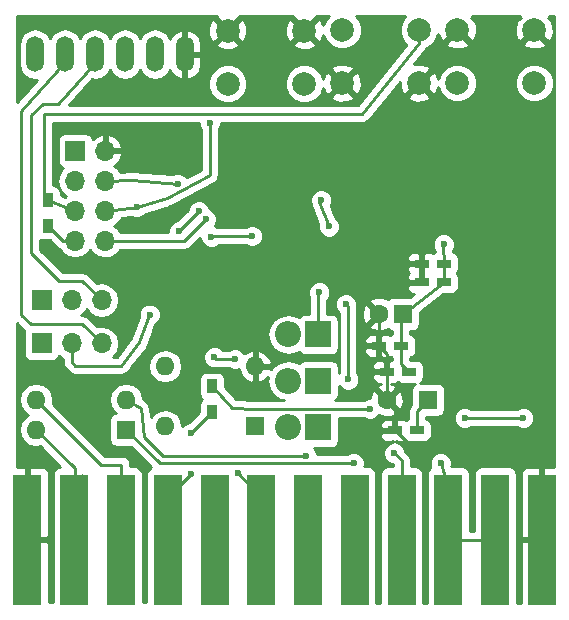
<source format=gbr>
G04 #@! TF.FileFunction,Copper,L2,Bot,Signal*
%FSLAX46Y46*%
G04 Gerber Fmt 4.6, Leading zero omitted, Abs format (unit mm)*
G04 Created by KiCad (PCBNEW 4.0.7) date 04/08/18 22:28:08*
%MOMM*%
%LPD*%
G01*
G04 APERTURE LIST*
%ADD10C,0.100000*%
%ADD11R,2.350000X11.100000*%
%ADD12R,1.200000X0.750000*%
%ADD13O,1.600000X1.600000*%
%ADD14R,1.600000X1.600000*%
%ADD15O,1.510000X3.010000*%
%ADD16R,1.700000X1.700000*%
%ADD17O,1.700000X1.700000*%
%ADD18R,0.900000X1.200000*%
%ADD19C,2.000000*%
%ADD20C,1.600000*%
%ADD21R,2.200000X2.200000*%
%ADD22O,2.200000X2.200000*%
%ADD23C,0.600000*%
%ADD24C,0.250000*%
%ADD25C,0.254000*%
G04 APERTURE END LIST*
D10*
D11*
X126716100Y-105003600D03*
X130676100Y-105003600D03*
X134636100Y-105003600D03*
X138596100Y-105003600D03*
X142556100Y-105003600D03*
X146516100Y-105003600D03*
X150476100Y-105003600D03*
X154436100Y-105003600D03*
X158396100Y-105003600D03*
X162356100Y-105003600D03*
X166316100Y-105003600D03*
X170276100Y-105003600D03*
D12*
X160086000Y-81635600D03*
X161986000Y-81635600D03*
X158379200Y-88595200D03*
X156479200Y-88595200D03*
D13*
X138379200Y-95402400D03*
X145999200Y-90322400D03*
X138379200Y-90322400D03*
D14*
X145999200Y-95402400D03*
D15*
X140055600Y-63906400D03*
X137515600Y-63906400D03*
X134975600Y-63906400D03*
X132435600Y-63906400D03*
X129895600Y-63906400D03*
X127355600Y-63906400D03*
D16*
X130759200Y-72085200D03*
D17*
X133299200Y-72085200D03*
X130759200Y-74625200D03*
X133299200Y-74625200D03*
X130759200Y-77165200D03*
X133299200Y-77165200D03*
X130759200Y-79705200D03*
X133299200Y-79705200D03*
D16*
X127914400Y-88392000D03*
D17*
X130454400Y-88392000D03*
X132994400Y-88392000D03*
D16*
X127914400Y-84734400D03*
D17*
X130454400Y-84734400D03*
X132994400Y-84734400D03*
D18*
X128422400Y-78417600D03*
X128422400Y-76217600D03*
X142341600Y-94216400D03*
X142341600Y-92016400D03*
D14*
X135077200Y-95707200D03*
D13*
X127457200Y-93167200D03*
X135077200Y-93167200D03*
X127457200Y-95707200D03*
D19*
X159867600Y-61844800D03*
X159867600Y-66344800D03*
X153367600Y-61844800D03*
X153367600Y-66344800D03*
X169621200Y-61844800D03*
X169621200Y-66344800D03*
X163121200Y-61844800D03*
X163121200Y-66344800D03*
X150164800Y-61895600D03*
X150164800Y-66395600D03*
X143664800Y-61895600D03*
X143664800Y-66395600D03*
D14*
X160629600Y-93167200D03*
D20*
X157129600Y-93167200D03*
D12*
X159700000Y-95758000D03*
X157800000Y-95758000D03*
X159039600Y-90779600D03*
X157139600Y-90779600D03*
D14*
X158496000Y-85902800D03*
D20*
X156496000Y-85902800D03*
D12*
X161986000Y-83210400D03*
X160086000Y-83210400D03*
D21*
X151333200Y-95504000D03*
D22*
X148793200Y-95504000D03*
D21*
X151333200Y-91541600D03*
D22*
X148793200Y-91541600D03*
D21*
X151333200Y-87630000D03*
D22*
X148793200Y-87630000D03*
D23*
X143408400Y-72796400D03*
X137515600Y-72796400D03*
X170230800Y-98247200D03*
X126695200Y-98755200D03*
X139496800Y-77673200D03*
X144983200Y-76657200D03*
X144932400Y-74726800D03*
X152450800Y-75184000D03*
X161950400Y-80010000D03*
X161696400Y-98552000D03*
X142544800Y-89560400D03*
X144272000Y-89712800D03*
X150266400Y-97891600D03*
X154330400Y-98501200D03*
X163728400Y-94691200D03*
X155702000Y-93929200D03*
X168706800Y-94691200D03*
X140563600Y-95961200D03*
X140563600Y-99415600D03*
X144526000Y-99364800D03*
X157784800Y-97688400D03*
X153873200Y-91440000D03*
X153670000Y-85039200D03*
X145745200Y-79298800D03*
X142290800Y-79349600D03*
X139446000Y-74879200D03*
X142138400Y-69697600D03*
X135991600Y-76809600D03*
X141833600Y-77876400D03*
X137058400Y-85953600D03*
X139547600Y-78892400D03*
X141224000Y-77216000D03*
X152247600Y-78486000D03*
X151587200Y-76250800D03*
X151434800Y-84074000D03*
D24*
X137515600Y-72796400D02*
X137464800Y-72745600D01*
X170230800Y-98247200D02*
X170276100Y-98292500D01*
X170276100Y-98292500D02*
X170276100Y-105003600D01*
X126716100Y-105003600D02*
X126716100Y-98776100D01*
X126716100Y-98776100D02*
X126695200Y-98755200D01*
X158816000Y-96774000D02*
X157800000Y-95758000D01*
X165201600Y-96824800D02*
X158816000Y-96774000D01*
X169113200Y-96926400D02*
X165201600Y-96824800D01*
X170276100Y-98241700D02*
X169164000Y-96977200D01*
X144932400Y-74726800D02*
X144932400Y-76606400D01*
X144932400Y-76606400D02*
X144983200Y-76657200D01*
X157129600Y-93167200D02*
X157800000Y-93837600D01*
X157800000Y-93837600D02*
X157800000Y-95758000D01*
X156479200Y-88595200D02*
X157129600Y-89245600D01*
X157129600Y-89245600D02*
X157129600Y-90779600D01*
X157129600Y-90779600D02*
X157129600Y-93167200D01*
X156496000Y-85902800D02*
X156479200Y-85919600D01*
X156479200Y-85919600D02*
X156479200Y-88595200D01*
X160086000Y-83210400D02*
X160001200Y-83295200D01*
X160086000Y-81635600D02*
X160086000Y-83210400D01*
X161986000Y-81635600D02*
X161935200Y-80025200D01*
X161935200Y-80025200D02*
X161950400Y-80010000D01*
X158379200Y-88595200D02*
X158379200Y-90119200D01*
X158379200Y-90119200D02*
X159039600Y-90779600D01*
X130759200Y-79705200D02*
X129710000Y-79705200D01*
X129710000Y-79705200D02*
X128422400Y-78417600D01*
X158496000Y-85902800D02*
X158379200Y-86019600D01*
X158379200Y-86019600D02*
X158379200Y-88595200D01*
X161986000Y-83210400D02*
X162001200Y-83225600D01*
X162001200Y-83225600D02*
X158496000Y-85902800D01*
X161986000Y-81635600D02*
X161986000Y-83210400D01*
X161696400Y-98552000D02*
X162356100Y-100634100D01*
X162356100Y-100634100D02*
X162356100Y-105003600D01*
X162356100Y-105003600D02*
X166316100Y-105003600D01*
X142544800Y-89560400D02*
X142697200Y-89712800D01*
X142697200Y-89712800D02*
X144272000Y-89712800D01*
X166316100Y-105003600D02*
X166268400Y-104955900D01*
X136601993Y-96317619D02*
X136302542Y-93877646D01*
X136302542Y-93877646D02*
X135077200Y-93167200D01*
X138176000Y-97891600D02*
X136601993Y-96317619D01*
X136601993Y-96317619D02*
X136576593Y-96292219D01*
X138277600Y-97891600D02*
X138176000Y-97891600D01*
X150266400Y-97891600D02*
X138277600Y-97891600D01*
X137922000Y-98552000D02*
X135077200Y-95707200D01*
X154330400Y-98501200D02*
X151028400Y-98552000D01*
X151028400Y-98552000D02*
X137922000Y-98552000D01*
X142341600Y-92016400D02*
X144018000Y-93827600D01*
X146050000Y-93980000D02*
X155702000Y-93929200D01*
X144018000Y-93827600D02*
X146050000Y-93980000D01*
X163728400Y-94691200D02*
X168706800Y-94691200D01*
X130676100Y-105003600D02*
X130708400Y-104971300D01*
X130708400Y-104971300D02*
X130708400Y-98958400D01*
X130708400Y-98958400D02*
X127457200Y-95707200D01*
X130676100Y-105003600D02*
X131318000Y-104361700D01*
X131318000Y-104361700D02*
X131318000Y-99568000D01*
X134636100Y-105003600D02*
X134670800Y-104968900D01*
X134670800Y-104968900D02*
X134670800Y-98653600D01*
X134670800Y-98653600D02*
X132943600Y-98653600D01*
X132943600Y-98653600D02*
X127457200Y-93167200D01*
X138596100Y-101383100D02*
X140563600Y-99415600D01*
X140563600Y-95961200D02*
X142341600Y-94216400D01*
X138596100Y-101383100D02*
X138596100Y-105003600D01*
X138596100Y-105003600D02*
X138596100Y-105003600D01*
X146516100Y-105003600D02*
X146516100Y-101354900D01*
X146516100Y-101354900D02*
X144526000Y-99364800D01*
X158396100Y-98299700D02*
X158396100Y-105003600D01*
X157784800Y-97688400D02*
X158396100Y-98299700D01*
X153873200Y-85242400D02*
X153873200Y-91440000D01*
X153670000Y-85039200D02*
X153873200Y-85242400D01*
X142341600Y-79298800D02*
X145745200Y-79298800D01*
X142290800Y-79349600D02*
X142341600Y-79298800D01*
X158396100Y-105003600D02*
X158345300Y-104952800D01*
X132435600Y-63906400D02*
X132435600Y-64617600D01*
X132435600Y-64617600D02*
X129336800Y-68122800D01*
X129336800Y-68122800D02*
X128016000Y-68122800D01*
X128016000Y-68122800D02*
X127050800Y-69088000D01*
X127050800Y-69088000D02*
X127050800Y-80772000D01*
X127050800Y-80772000D02*
X129387600Y-83108800D01*
X129387600Y-83108800D02*
X131368800Y-83108800D01*
X131368800Y-83108800D02*
X132994400Y-84734400D01*
X129895600Y-63906400D02*
X129895600Y-64566800D01*
X129895600Y-64566800D02*
X126187200Y-68681600D01*
X126187200Y-68681600D02*
X126187200Y-85953600D01*
X126187200Y-85953600D02*
X127000000Y-86766400D01*
X127000000Y-86766400D02*
X131368800Y-86766400D01*
X131368800Y-86766400D02*
X132994400Y-88392000D01*
X135534400Y-74574400D02*
X133299200Y-74625200D01*
X139446000Y-74879200D02*
X135534400Y-74574400D01*
X128117600Y-68986400D02*
X128117600Y-75912800D01*
X128117600Y-75912800D02*
X128422400Y-76217600D01*
X130759200Y-77165200D02*
X130759200Y-77165200D01*
X130759200Y-77165200D02*
X128422400Y-76217600D01*
X128117600Y-68986400D02*
X155041600Y-68986400D01*
X155041600Y-68986400D02*
X159867600Y-62992000D01*
X159867600Y-62992000D02*
X159867600Y-61844800D01*
X135991600Y-76809600D02*
X138531600Y-76098400D01*
X142138400Y-74168000D02*
X142138400Y-69697600D01*
X138531600Y-76098400D02*
X142138400Y-74168000D01*
X133299200Y-77165200D02*
X135382000Y-76911200D01*
X135382000Y-76911200D02*
X135991600Y-76809600D01*
X140004800Y-79705200D02*
X133299200Y-79705200D01*
X141833600Y-77876400D02*
X140004800Y-79705200D01*
X130454400Y-89966800D02*
X130454400Y-88392000D01*
X130759200Y-90271600D02*
X130454400Y-89966800D01*
X134670800Y-90271600D02*
X130759200Y-90271600D01*
X136194800Y-88290400D02*
X134670800Y-90271600D01*
X137007600Y-86004400D02*
X136194800Y-88290400D01*
X137058400Y-85953600D02*
X137007600Y-86004400D01*
X141224000Y-77216000D02*
X139547600Y-78892400D01*
X151434800Y-76403200D02*
X152247600Y-78486000D01*
X151587200Y-76250800D02*
X151434800Y-76403200D01*
X151333200Y-87630000D02*
X151333200Y-84175600D01*
X151333200Y-84175600D02*
X151434800Y-84074000D01*
X160629600Y-93167200D02*
X159700000Y-94096800D01*
X159700000Y-94096800D02*
X159700000Y-95758000D01*
D25*
G36*
X168412729Y-60699251D02*
X168354386Y-60757594D01*
X168468666Y-60871874D01*
X168201813Y-60970536D01*
X167975292Y-61580261D01*
X167999344Y-62230260D01*
X168201813Y-62719064D01*
X168468668Y-62817727D01*
X169441595Y-61844800D01*
X169427453Y-61830658D01*
X169607058Y-61651053D01*
X169621200Y-61665195D01*
X169635343Y-61651053D01*
X169814948Y-61830658D01*
X169800805Y-61844800D01*
X170773732Y-62817727D01*
X171040587Y-62719064D01*
X171267108Y-62109339D01*
X171243056Y-61459340D01*
X171040587Y-60970536D01*
X170773734Y-60871874D01*
X170888014Y-60757594D01*
X170835054Y-60704634D01*
X171323000Y-60705718D01*
X171323000Y-98818600D01*
X170561850Y-98818600D01*
X170403100Y-98977350D01*
X170403100Y-104876600D01*
X170423100Y-104876600D01*
X170423100Y-105130600D01*
X170403100Y-105130600D01*
X170403100Y-105150600D01*
X170149100Y-105150600D01*
X170149100Y-105130600D01*
X168624850Y-105130600D01*
X168466100Y-105289350D01*
X168466100Y-110356368D01*
X168138540Y-110355640D01*
X168138540Y-99453600D01*
X168114774Y-99327290D01*
X168466100Y-99327290D01*
X168466100Y-104717850D01*
X168624850Y-104876600D01*
X170149100Y-104876600D01*
X170149100Y-98977350D01*
X169990350Y-98818600D01*
X168974791Y-98818600D01*
X168741402Y-98915273D01*
X168562773Y-99093901D01*
X168466100Y-99327290D01*
X168114774Y-99327290D01*
X168094262Y-99218283D01*
X167955190Y-99002159D01*
X167742990Y-98857169D01*
X167491100Y-98806160D01*
X165141100Y-98806160D01*
X164905783Y-98850438D01*
X164689659Y-98989510D01*
X164544669Y-99201710D01*
X164493660Y-99453600D01*
X164493660Y-104243600D01*
X164178540Y-104243600D01*
X164178540Y-99453600D01*
X164134262Y-99218283D01*
X163995190Y-99002159D01*
X163782990Y-98857169D01*
X163531100Y-98806160D01*
X162603267Y-98806160D01*
X162631238Y-98738799D01*
X162631562Y-98366833D01*
X162489517Y-98023057D01*
X162226727Y-97759808D01*
X161883199Y-97617162D01*
X161511233Y-97616838D01*
X161167457Y-97758883D01*
X160904208Y-98021673D01*
X160761562Y-98365201D01*
X160761238Y-98737167D01*
X160836971Y-98920456D01*
X160729659Y-98989510D01*
X160584669Y-99201710D01*
X160533660Y-99453600D01*
X160533660Y-110338741D01*
X160218540Y-110338041D01*
X160218540Y-99453600D01*
X160174262Y-99218283D01*
X160035190Y-99002159D01*
X159822990Y-98857169D01*
X159571100Y-98806160D01*
X159156100Y-98806160D01*
X159156100Y-98299700D01*
X159098248Y-98008861D01*
X158933501Y-97762299D01*
X158719922Y-97548720D01*
X158719962Y-97503233D01*
X158577917Y-97159457D01*
X158315127Y-96896208D01*
X157971599Y-96753562D01*
X157927002Y-96753523D01*
X157927002Y-96609252D01*
X158085750Y-96768000D01*
X158526309Y-96768000D01*
X158759698Y-96671327D01*
X158761068Y-96669957D01*
X158848110Y-96729431D01*
X159100000Y-96780440D01*
X160300000Y-96780440D01*
X160535317Y-96736162D01*
X160751441Y-96597090D01*
X160896431Y-96384890D01*
X160947440Y-96133000D01*
X160947440Y-95383000D01*
X160903162Y-95147683D01*
X160764090Y-94931559D01*
X160683314Y-94876367D01*
X162793238Y-94876367D01*
X162935283Y-95220143D01*
X163198073Y-95483392D01*
X163541601Y-95626038D01*
X163913567Y-95626362D01*
X164257343Y-95484317D01*
X164290518Y-95451200D01*
X168144337Y-95451200D01*
X168176473Y-95483392D01*
X168520001Y-95626038D01*
X168891967Y-95626362D01*
X169235743Y-95484317D01*
X169498992Y-95221527D01*
X169641638Y-94877999D01*
X169641962Y-94506033D01*
X169499917Y-94162257D01*
X169237127Y-93899008D01*
X168893599Y-93756362D01*
X168521633Y-93756038D01*
X168177857Y-93898083D01*
X168144682Y-93931200D01*
X164290863Y-93931200D01*
X164258727Y-93899008D01*
X163915199Y-93756362D01*
X163543233Y-93756038D01*
X163199457Y-93898083D01*
X162936208Y-94160873D01*
X162793562Y-94504401D01*
X162793238Y-94876367D01*
X160683314Y-94876367D01*
X160551890Y-94786569D01*
X160460000Y-94767961D01*
X160460000Y-94614640D01*
X161429600Y-94614640D01*
X161664917Y-94570362D01*
X161881041Y-94431290D01*
X162026031Y-94219090D01*
X162077040Y-93967200D01*
X162077040Y-92367200D01*
X162032762Y-92131883D01*
X161893690Y-91915759D01*
X161681490Y-91770769D01*
X161429600Y-91719760D01*
X159933974Y-91719760D01*
X160091041Y-91618690D01*
X160236031Y-91406490D01*
X160287040Y-91154600D01*
X160287040Y-90404600D01*
X160242762Y-90169283D01*
X160103690Y-89953159D01*
X159891490Y-89808169D01*
X159639600Y-89757160D01*
X159139200Y-89757160D01*
X159139200Y-89587534D01*
X159214517Y-89573362D01*
X159430641Y-89434290D01*
X159575631Y-89222090D01*
X159626640Y-88970200D01*
X159626640Y-88220200D01*
X159582362Y-87984883D01*
X159443290Y-87768759D01*
X159231090Y-87623769D01*
X159139200Y-87605161D01*
X159139200Y-87350240D01*
X159296000Y-87350240D01*
X159531317Y-87305962D01*
X159747441Y-87166890D01*
X159892431Y-86954690D01*
X159943440Y-86702800D01*
X159943440Y-85753595D01*
X161934532Y-84232840D01*
X162586000Y-84232840D01*
X162821317Y-84188562D01*
X163037441Y-84049490D01*
X163182431Y-83837290D01*
X163233440Y-83585400D01*
X163233440Y-82835400D01*
X163189162Y-82600083D01*
X163074023Y-82421151D01*
X163182431Y-82262490D01*
X163233440Y-82010600D01*
X163233440Y-81260600D01*
X163189162Y-81025283D01*
X163050090Y-80809159D01*
X162837890Y-80664169D01*
X162714949Y-80639273D01*
X162712767Y-80570100D01*
X162742592Y-80540327D01*
X162885238Y-80196799D01*
X162885562Y-79824833D01*
X162743517Y-79481057D01*
X162480727Y-79217808D01*
X162137199Y-79075162D01*
X161765233Y-79074838D01*
X161421457Y-79216883D01*
X161158208Y-79479673D01*
X161015562Y-79823201D01*
X161015238Y-80195167D01*
X161157283Y-80538943D01*
X161192129Y-80573850D01*
X161194506Y-80649192D01*
X161150683Y-80657438D01*
X161047354Y-80723929D01*
X161045698Y-80722273D01*
X160812309Y-80625600D01*
X160371750Y-80625600D01*
X160213000Y-80784350D01*
X160213000Y-81508600D01*
X160233000Y-81508600D01*
X160233000Y-81762600D01*
X160213000Y-81762600D01*
X160213000Y-83083400D01*
X160233000Y-83083400D01*
X160233000Y-83337400D01*
X160213000Y-83337400D01*
X160213000Y-83357400D01*
X159959000Y-83357400D01*
X159959000Y-83337400D01*
X159009750Y-83337400D01*
X158851000Y-83496150D01*
X158851000Y-83711710D01*
X158947673Y-83945099D01*
X159126302Y-84123727D01*
X159359691Y-84220400D01*
X159446640Y-84220400D01*
X159139012Y-84455360D01*
X157696000Y-84455360D01*
X157460683Y-84499638D01*
X157244559Y-84638710D01*
X157240023Y-84645348D01*
X156712777Y-84455835D01*
X156142546Y-84483022D01*
X155741995Y-84648936D01*
X155667861Y-84895055D01*
X156496000Y-85723195D01*
X156510142Y-85709052D01*
X156689748Y-85888658D01*
X156675605Y-85902800D01*
X156689748Y-85916943D01*
X156510142Y-86096548D01*
X156496000Y-86082405D01*
X155667861Y-86910545D01*
X155741995Y-87156664D01*
X156279223Y-87349765D01*
X156849454Y-87322578D01*
X157240947Y-87160416D01*
X157444110Y-87299231D01*
X157619200Y-87334688D01*
X157619200Y-87602866D01*
X157543883Y-87617038D01*
X157440554Y-87683529D01*
X157438898Y-87681873D01*
X157205509Y-87585200D01*
X156764950Y-87585200D01*
X156606200Y-87743950D01*
X156606200Y-88468200D01*
X156626200Y-88468200D01*
X156626200Y-88722200D01*
X156606200Y-88722200D01*
X156606200Y-89446450D01*
X156764950Y-89605200D01*
X157205509Y-89605200D01*
X157438898Y-89508527D01*
X157440268Y-89507157D01*
X157527310Y-89566631D01*
X157619200Y-89585239D01*
X157619200Y-89769600D01*
X157425350Y-89769600D01*
X157266600Y-89928350D01*
X157266600Y-90652600D01*
X157286600Y-90652600D01*
X157286600Y-90906600D01*
X157266600Y-90906600D01*
X157266600Y-90926600D01*
X157012600Y-90926600D01*
X157012600Y-90906600D01*
X156063350Y-90906600D01*
X155904600Y-91065350D01*
X155904600Y-91280910D01*
X156001273Y-91514299D01*
X156179902Y-91692927D01*
X156413291Y-91789600D01*
X156674320Y-91789600D01*
X156375595Y-91913336D01*
X156301461Y-92159455D01*
X157129600Y-92987595D01*
X157957739Y-92159455D01*
X157883605Y-91913336D01*
X157539358Y-91789600D01*
X157865909Y-91789600D01*
X158099298Y-91692927D01*
X158100668Y-91691557D01*
X158187710Y-91751031D01*
X158439600Y-91802040D01*
X159535226Y-91802040D01*
X159378159Y-91903110D01*
X159233169Y-92115310D01*
X159182160Y-92367200D01*
X159182160Y-93539838D01*
X159162599Y-93559399D01*
X158997852Y-93805961D01*
X158940000Y-94096800D01*
X158940000Y-94765666D01*
X158864683Y-94779838D01*
X158761354Y-94846329D01*
X158759698Y-94844673D01*
X158526309Y-94748000D01*
X158085750Y-94748000D01*
X157927000Y-94906750D01*
X157927000Y-95631000D01*
X157947000Y-95631000D01*
X157947000Y-95885000D01*
X157927000Y-95885000D01*
X157927000Y-95905000D01*
X157673000Y-95905000D01*
X157673000Y-95885000D01*
X156723750Y-95885000D01*
X156565000Y-96043750D01*
X156565000Y-96259310D01*
X156661673Y-96492699D01*
X156840302Y-96671327D01*
X157073691Y-96768000D01*
X157514250Y-96768000D01*
X157672998Y-96609252D01*
X157672998Y-96753302D01*
X157599633Y-96753238D01*
X157255857Y-96895283D01*
X156992608Y-97158073D01*
X156849962Y-97501601D01*
X156849638Y-97873567D01*
X156991683Y-98217343D01*
X157254473Y-98480592D01*
X157598001Y-98623238D01*
X157636100Y-98623271D01*
X157636100Y-98806160D01*
X157221100Y-98806160D01*
X156985783Y-98850438D01*
X156769659Y-98989510D01*
X156624669Y-99201710D01*
X156573660Y-99453600D01*
X156573660Y-110329941D01*
X156258540Y-110329241D01*
X156258540Y-99453600D01*
X156214262Y-99218283D01*
X156075190Y-99002159D01*
X155862990Y-98857169D01*
X155611100Y-98806160D01*
X155216173Y-98806160D01*
X155265238Y-98687999D01*
X155265562Y-98316033D01*
X155123517Y-97972257D01*
X154860727Y-97709008D01*
X154517199Y-97566362D01*
X154145233Y-97566038D01*
X153801457Y-97708083D01*
X153759575Y-97749892D01*
X151201490Y-97789247D01*
X151201562Y-97706433D01*
X151059517Y-97362657D01*
X150948494Y-97251440D01*
X152433200Y-97251440D01*
X152668517Y-97207162D01*
X152884641Y-97068090D01*
X153029631Y-96855890D01*
X153080640Y-96604000D01*
X153080640Y-95256690D01*
X156565000Y-95256690D01*
X156565000Y-95472250D01*
X156723750Y-95631000D01*
X157673000Y-95631000D01*
X157673000Y-94906750D01*
X157514250Y-94748000D01*
X157073691Y-94748000D01*
X156840302Y-94844673D01*
X156661673Y-95023301D01*
X156565000Y-95256690D01*
X153080640Y-95256690D01*
X153080640Y-94703007D01*
X155142487Y-94692155D01*
X155171673Y-94721392D01*
X155515201Y-94864038D01*
X155887167Y-94864362D01*
X156230943Y-94722317D01*
X156491124Y-94462590D01*
X156912823Y-94614165D01*
X157483054Y-94586978D01*
X157883605Y-94421064D01*
X157957739Y-94174945D01*
X157129600Y-93346805D01*
X157115458Y-93360948D01*
X156935852Y-93181342D01*
X156949995Y-93167200D01*
X157309205Y-93167200D01*
X158137345Y-93995339D01*
X158383464Y-93921205D01*
X158576565Y-93383977D01*
X158549378Y-92813746D01*
X158383464Y-92413195D01*
X158137345Y-92339061D01*
X157309205Y-93167200D01*
X156949995Y-93167200D01*
X156121855Y-92339061D01*
X155875736Y-92413195D01*
X155682635Y-92950423D01*
X155684721Y-92994184D01*
X155516833Y-92994038D01*
X155173057Y-93136083D01*
X155136913Y-93172164D01*
X152761912Y-93184664D01*
X152884641Y-93105690D01*
X153029631Y-92893490D01*
X153080640Y-92641600D01*
X153080640Y-91969501D01*
X153342873Y-92232192D01*
X153686401Y-92374838D01*
X154058367Y-92375162D01*
X154402143Y-92233117D01*
X154665392Y-91970327D01*
X154808038Y-91626799D01*
X154808362Y-91254833D01*
X154666317Y-90911057D01*
X154633200Y-90877882D01*
X154633200Y-90278290D01*
X155904600Y-90278290D01*
X155904600Y-90493850D01*
X156063350Y-90652600D01*
X157012600Y-90652600D01*
X157012600Y-89928350D01*
X156853850Y-89769600D01*
X156413291Y-89769600D01*
X156179902Y-89866273D01*
X156001273Y-90044901D01*
X155904600Y-90278290D01*
X154633200Y-90278290D01*
X154633200Y-88880950D01*
X155244200Y-88880950D01*
X155244200Y-89096510D01*
X155340873Y-89329899D01*
X155519502Y-89508527D01*
X155752891Y-89605200D01*
X156193450Y-89605200D01*
X156352200Y-89446450D01*
X156352200Y-88722200D01*
X155402950Y-88722200D01*
X155244200Y-88880950D01*
X154633200Y-88880950D01*
X154633200Y-88093890D01*
X155244200Y-88093890D01*
X155244200Y-88309450D01*
X155402950Y-88468200D01*
X156352200Y-88468200D01*
X156352200Y-87743950D01*
X156193450Y-87585200D01*
X155752891Y-87585200D01*
X155519502Y-87681873D01*
X155340873Y-87860501D01*
X155244200Y-88093890D01*
X154633200Y-88093890D01*
X154633200Y-85686023D01*
X155049035Y-85686023D01*
X155076222Y-86256254D01*
X155242136Y-86656805D01*
X155488255Y-86730939D01*
X156316395Y-85902800D01*
X155488255Y-85074661D01*
X155242136Y-85148795D01*
X155049035Y-85686023D01*
X154633200Y-85686023D01*
X154633200Y-85242400D01*
X154604947Y-85100366D01*
X154605162Y-84854033D01*
X154463117Y-84510257D01*
X154200327Y-84247008D01*
X153856799Y-84104362D01*
X153484833Y-84104038D01*
X153141057Y-84246083D01*
X152877808Y-84508873D01*
X152735162Y-84852401D01*
X152734838Y-85224367D01*
X152876883Y-85568143D01*
X153113200Y-85804873D01*
X153113200Y-90877537D01*
X153081008Y-90909673D01*
X153080640Y-90910559D01*
X153080640Y-90441600D01*
X153036362Y-90206283D01*
X152897290Y-89990159D01*
X152685090Y-89845169D01*
X152433200Y-89794160D01*
X150233200Y-89794160D01*
X149997883Y-89838438D01*
X149781759Y-89977510D01*
X149708889Y-90084159D01*
X149491147Y-89938669D01*
X148827191Y-89806600D01*
X148759209Y-89806600D01*
X148095253Y-89938669D01*
X147532379Y-90314770D01*
X147347315Y-90591737D01*
X147269115Y-90449400D01*
X146126200Y-90449400D01*
X146126200Y-91593029D01*
X146348241Y-91714314D01*
X146854334Y-91474789D01*
X147089034Y-91215702D01*
X147024209Y-91541600D01*
X147156278Y-92205556D01*
X147532379Y-92768430D01*
X148095253Y-93144531D01*
X148412110Y-93207558D01*
X146076462Y-93219851D01*
X144372796Y-93092076D01*
X143439040Y-92083236D01*
X143439040Y-91416400D01*
X143394762Y-91181083D01*
X143255690Y-90964959D01*
X143043490Y-90819969D01*
X142791600Y-90768960D01*
X141891600Y-90768960D01*
X141656283Y-90813238D01*
X141440159Y-90952310D01*
X141295169Y-91164510D01*
X141244160Y-91416400D01*
X141244160Y-92616400D01*
X141288438Y-92851717D01*
X141427510Y-93067841D01*
X141497311Y-93115534D01*
X141440159Y-93152310D01*
X141295169Y-93364510D01*
X141244160Y-93616400D01*
X141244160Y-94228533D01*
X140431433Y-95026084D01*
X140378433Y-95026038D01*
X140034657Y-95168083D01*
X139835292Y-95367101D01*
X139733080Y-94853249D01*
X139422011Y-94387702D01*
X138956464Y-94076633D01*
X138407313Y-93967400D01*
X138351087Y-93967400D01*
X137801936Y-94076633D01*
X137336389Y-94387702D01*
X137162737Y-94647590D01*
X137056882Y-93785068D01*
X137040360Y-93734954D01*
X137037005Y-93682288D01*
X136994344Y-93595380D01*
X136964033Y-93503442D01*
X136929590Y-93463464D01*
X136906336Y-93416092D01*
X136833667Y-93352127D01*
X136770478Y-93278784D01*
X136723358Y-93255030D01*
X136683747Y-93220164D01*
X136533523Y-93133065D01*
X136431080Y-92618049D01*
X136120011Y-92152502D01*
X135654464Y-91841433D01*
X135105313Y-91732200D01*
X135049087Y-91732200D01*
X134499936Y-91841433D01*
X134034389Y-92152502D01*
X133723320Y-92618049D01*
X133614087Y-93167200D01*
X133723320Y-93716351D01*
X134034389Y-94181898D01*
X134178665Y-94278301D01*
X134041883Y-94304038D01*
X133825759Y-94443110D01*
X133680769Y-94655310D01*
X133629760Y-94907200D01*
X133629760Y-96507200D01*
X133674038Y-96742517D01*
X133813110Y-96958641D01*
X134025310Y-97103631D01*
X134277200Y-97154640D01*
X135449838Y-97154640D01*
X137161355Y-98866157D01*
X136969659Y-98989510D01*
X136824669Y-99201710D01*
X136773660Y-99453600D01*
X136773660Y-110285941D01*
X136458540Y-110285241D01*
X136458540Y-99453600D01*
X136414262Y-99218283D01*
X136275190Y-99002159D01*
X136062990Y-98857169D01*
X135811100Y-98806160D01*
X135430800Y-98806160D01*
X135430800Y-98653600D01*
X135372948Y-98362761D01*
X135208201Y-98116199D01*
X134961639Y-97951452D01*
X134670800Y-97893600D01*
X133258402Y-97893600D01*
X128855888Y-93491086D01*
X128920313Y-93167200D01*
X128811080Y-92618049D01*
X128500011Y-92152502D01*
X128034464Y-91841433D01*
X127485313Y-91732200D01*
X127429087Y-91732200D01*
X126879936Y-91841433D01*
X126414389Y-92152502D01*
X126103320Y-92618049D01*
X125994087Y-93167200D01*
X126103320Y-93716351D01*
X126414389Y-94181898D01*
X126796475Y-94437200D01*
X126414389Y-94692502D01*
X126103320Y-95158049D01*
X125994087Y-95707200D01*
X126103320Y-96256351D01*
X126414389Y-96721898D01*
X126879936Y-97032967D01*
X127429087Y-97142200D01*
X127485313Y-97142200D01*
X127762302Y-97087104D01*
X129484484Y-98809286D01*
X129265783Y-98850438D01*
X129049659Y-98989510D01*
X128904669Y-99201710D01*
X128853660Y-99453600D01*
X128853660Y-110268341D01*
X128526100Y-110267613D01*
X128526100Y-105289350D01*
X128367350Y-105130600D01*
X126843100Y-105130600D01*
X126843100Y-105150600D01*
X126589100Y-105150600D01*
X126589100Y-105130600D01*
X126569100Y-105130600D01*
X126569100Y-104876600D01*
X126589100Y-104876600D01*
X126589100Y-98977350D01*
X126843100Y-98977350D01*
X126843100Y-104876600D01*
X128367350Y-104876600D01*
X128526100Y-104717850D01*
X128526100Y-99327290D01*
X128429427Y-99093901D01*
X128250798Y-98915273D01*
X128017409Y-98818600D01*
X127001850Y-98818600D01*
X126843100Y-98977350D01*
X126589100Y-98977350D01*
X126430350Y-98818600D01*
X125857000Y-98818600D01*
X125857000Y-86698202D01*
X126462599Y-87303801D01*
X126464887Y-87305330D01*
X126416960Y-87542000D01*
X126416960Y-89242000D01*
X126461238Y-89477317D01*
X126600310Y-89693441D01*
X126812510Y-89838431D01*
X127064400Y-89889440D01*
X128764400Y-89889440D01*
X128999717Y-89845162D01*
X129215841Y-89706090D01*
X129360831Y-89493890D01*
X129374486Y-89426459D01*
X129404346Y-89471147D01*
X129694400Y-89664954D01*
X129694400Y-89966800D01*
X129752252Y-90257639D01*
X129916999Y-90504201D01*
X130221799Y-90809001D01*
X130468360Y-90973748D01*
X130759200Y-91031600D01*
X134670800Y-91031600D01*
X134719528Y-91021907D01*
X134769098Y-91025216D01*
X134863697Y-90993230D01*
X134961639Y-90973748D01*
X135002948Y-90946146D01*
X135050012Y-90930233D01*
X135125169Y-90864481D01*
X135208201Y-90809001D01*
X135235802Y-90767692D01*
X135273194Y-90734980D01*
X135590563Y-90322400D01*
X136916087Y-90322400D01*
X137025320Y-90871551D01*
X137336389Y-91337098D01*
X137801936Y-91648167D01*
X138351087Y-91757400D01*
X138407313Y-91757400D01*
X138956464Y-91648167D01*
X139422011Y-91337098D01*
X139733080Y-90871551D01*
X139842313Y-90322400D01*
X139733080Y-89773249D01*
X139714584Y-89745567D01*
X141609638Y-89745567D01*
X141751683Y-90089343D01*
X142014473Y-90352592D01*
X142358001Y-90495238D01*
X142729967Y-90495562D01*
X142785055Y-90472800D01*
X143709537Y-90472800D01*
X143741673Y-90504992D01*
X144085201Y-90647638D01*
X144457167Y-90647962D01*
X144668071Y-90560818D01*
X144607296Y-90671439D01*
X144768159Y-91059823D01*
X145144066Y-91474789D01*
X145650159Y-91714314D01*
X145872200Y-91593029D01*
X145872200Y-90449400D01*
X145852200Y-90449400D01*
X145852200Y-90195400D01*
X145872200Y-90195400D01*
X145872200Y-89051771D01*
X146126200Y-89051771D01*
X146126200Y-90195400D01*
X147269115Y-90195400D01*
X147391104Y-89973361D01*
X147230241Y-89584977D01*
X146854334Y-89170011D01*
X146348241Y-88930486D01*
X146126200Y-89051771D01*
X145872200Y-89051771D01*
X145650159Y-88930486D01*
X145144066Y-89170011D01*
X145085918Y-89234200D01*
X145065117Y-89183857D01*
X144802327Y-88920608D01*
X144458799Y-88777962D01*
X144086833Y-88777638D01*
X143743057Y-88919683D01*
X143709882Y-88952800D01*
X143259397Y-88952800D01*
X143075127Y-88768208D01*
X142731599Y-88625562D01*
X142359633Y-88625238D01*
X142015857Y-88767283D01*
X141752608Y-89030073D01*
X141609962Y-89373601D01*
X141609638Y-89745567D01*
X139714584Y-89745567D01*
X139422011Y-89307702D01*
X138956464Y-88996633D01*
X138407313Y-88887400D01*
X138351087Y-88887400D01*
X137801936Y-88996633D01*
X137336389Y-89307702D01*
X137025320Y-89773249D01*
X136916087Y-90322400D01*
X135590563Y-90322400D01*
X136797194Y-88753780D01*
X136849933Y-88647157D01*
X136910883Y-88545007D01*
X137236218Y-87630000D01*
X147024209Y-87630000D01*
X147156278Y-88293956D01*
X147532379Y-88856830D01*
X148095253Y-89232931D01*
X148759209Y-89365000D01*
X148827191Y-89365000D01*
X149491147Y-89232931D01*
X149708702Y-89087565D01*
X149769110Y-89181441D01*
X149981310Y-89326431D01*
X150233200Y-89377440D01*
X152433200Y-89377440D01*
X152668517Y-89333162D01*
X152884641Y-89194090D01*
X153029631Y-88981890D01*
X153080640Y-88730000D01*
X153080640Y-86530000D01*
X153036362Y-86294683D01*
X152897290Y-86078559D01*
X152685090Y-85933569D01*
X152433200Y-85882560D01*
X152093200Y-85882560D01*
X152093200Y-84737886D01*
X152226992Y-84604327D01*
X152369638Y-84260799D01*
X152369962Y-83888833D01*
X152227917Y-83545057D01*
X151965127Y-83281808D01*
X151621599Y-83139162D01*
X151249633Y-83138838D01*
X150905857Y-83280883D01*
X150642608Y-83543673D01*
X150499962Y-83887201D01*
X150499638Y-84259167D01*
X150573200Y-84437201D01*
X150573200Y-85882560D01*
X150233200Y-85882560D01*
X149997883Y-85926838D01*
X149781759Y-86065910D01*
X149708889Y-86172559D01*
X149491147Y-86027069D01*
X148827191Y-85895000D01*
X148759209Y-85895000D01*
X148095253Y-86027069D01*
X147532379Y-86403170D01*
X147156278Y-86966044D01*
X147024209Y-87630000D01*
X137236218Y-87630000D01*
X137543891Y-86764671D01*
X137587343Y-86746717D01*
X137850592Y-86483927D01*
X137993238Y-86140399D01*
X137993562Y-85768433D01*
X137851517Y-85424657D01*
X137588727Y-85161408D01*
X137245199Y-85018762D01*
X136873233Y-85018438D01*
X136529457Y-85160483D01*
X136266208Y-85423273D01*
X136123562Y-85766801D01*
X136123238Y-86138767D01*
X136139350Y-86177761D01*
X135519033Y-87922406D01*
X134296575Y-89511600D01*
X133983912Y-89511600D01*
X134044454Y-89471147D01*
X134366361Y-88989378D01*
X134479400Y-88421093D01*
X134479400Y-88362907D01*
X134366361Y-87794622D01*
X134044454Y-87312853D01*
X133562685Y-86990946D01*
X132994400Y-86877907D01*
X132627992Y-86950790D01*
X131906201Y-86228999D01*
X131659639Y-86064252D01*
X131368800Y-86006400D01*
X131215828Y-86006400D01*
X131504454Y-85813547D01*
X131724400Y-85484374D01*
X131944346Y-85813547D01*
X132426115Y-86135454D01*
X132994400Y-86248493D01*
X133562685Y-86135454D01*
X134044454Y-85813547D01*
X134366361Y-85331778D01*
X134479400Y-84763493D01*
X134479400Y-84705307D01*
X134366361Y-84137022D01*
X134044454Y-83655253D01*
X133562685Y-83333346D01*
X132994400Y-83220307D01*
X132627992Y-83293190D01*
X131906201Y-82571399D01*
X131659639Y-82406652D01*
X131368800Y-82348800D01*
X129702402Y-82348800D01*
X129274952Y-81921350D01*
X158851000Y-81921350D01*
X158851000Y-82136910D01*
X158947673Y-82370299D01*
X159000374Y-82423000D01*
X158947673Y-82475701D01*
X158851000Y-82709090D01*
X158851000Y-82924650D01*
X159009750Y-83083400D01*
X159959000Y-83083400D01*
X159959000Y-81762600D01*
X159009750Y-81762600D01*
X158851000Y-81921350D01*
X129274952Y-81921350D01*
X127810800Y-80457198D01*
X127810800Y-79632315D01*
X127972400Y-79665040D01*
X128595038Y-79665040D01*
X129172599Y-80242601D01*
X129419160Y-80407348D01*
X129451948Y-80413870D01*
X129680053Y-80755254D01*
X130161822Y-81077161D01*
X130730107Y-81190200D01*
X130788293Y-81190200D01*
X131356578Y-81077161D01*
X131838347Y-80755254D01*
X132029200Y-80469622D01*
X132220053Y-80755254D01*
X132701822Y-81077161D01*
X133270107Y-81190200D01*
X133328293Y-81190200D01*
X133609371Y-81134290D01*
X158851000Y-81134290D01*
X158851000Y-81349850D01*
X159009750Y-81508600D01*
X159959000Y-81508600D01*
X159959000Y-80784350D01*
X159800250Y-80625600D01*
X159359691Y-80625600D01*
X159126302Y-80722273D01*
X158947673Y-80900901D01*
X158851000Y-81134290D01*
X133609371Y-81134290D01*
X133896578Y-81077161D01*
X134378347Y-80755254D01*
X134572154Y-80465200D01*
X140004800Y-80465200D01*
X140295639Y-80407348D01*
X140542201Y-80242601D01*
X141355730Y-79429072D01*
X141355638Y-79534767D01*
X141497683Y-79878543D01*
X141760473Y-80141792D01*
X142104001Y-80284438D01*
X142475967Y-80284762D01*
X142819743Y-80142717D01*
X142903807Y-80058800D01*
X145182737Y-80058800D01*
X145214873Y-80090992D01*
X145558401Y-80233638D01*
X145930367Y-80233962D01*
X146274143Y-80091917D01*
X146537392Y-79829127D01*
X146680038Y-79485599D01*
X146680362Y-79113633D01*
X146538317Y-78769857D01*
X146275527Y-78506608D01*
X145931999Y-78363962D01*
X145560033Y-78363638D01*
X145216257Y-78505683D01*
X145183082Y-78538800D01*
X142776314Y-78538800D01*
X142576573Y-78455860D01*
X142625792Y-78406727D01*
X142768438Y-78063199D01*
X142768762Y-77691233D01*
X142626717Y-77347457D01*
X142363927Y-77084208D01*
X142143375Y-76992627D01*
X142017117Y-76687057D01*
X141766465Y-76435967D01*
X150652038Y-76435967D01*
X150707317Y-76569752D01*
X150726801Y-76679492D01*
X151336538Y-78241943D01*
X151312762Y-78299201D01*
X151312438Y-78671167D01*
X151454483Y-79014943D01*
X151717273Y-79278192D01*
X152060801Y-79420838D01*
X152432767Y-79421162D01*
X152776543Y-79279117D01*
X153039792Y-79016327D01*
X153182438Y-78672799D01*
X153182762Y-78300833D01*
X153040717Y-77957057D01*
X152777927Y-77693808D01*
X152749698Y-77682086D01*
X152389038Y-76757896D01*
X152522038Y-76437599D01*
X152522362Y-76065633D01*
X152380317Y-75721857D01*
X152117527Y-75458608D01*
X151773999Y-75315962D01*
X151402033Y-75315638D01*
X151058257Y-75457683D01*
X150795008Y-75720473D01*
X150652362Y-76064001D01*
X150652038Y-76435967D01*
X141766465Y-76435967D01*
X141754327Y-76423808D01*
X141410799Y-76281162D01*
X141038833Y-76280838D01*
X140695057Y-76422883D01*
X140431808Y-76685673D01*
X140289162Y-77029201D01*
X140289121Y-77076077D01*
X139407920Y-77957278D01*
X139362433Y-77957238D01*
X139018657Y-78099283D01*
X138755408Y-78362073D01*
X138612762Y-78705601D01*
X138612553Y-78945200D01*
X134572154Y-78945200D01*
X134378347Y-78655146D01*
X134049174Y-78435200D01*
X134378347Y-78215254D01*
X134680987Y-77762320D01*
X135474002Y-77665611D01*
X135490056Y-77660332D01*
X135506943Y-77660859D01*
X135575860Y-77649373D01*
X135804801Y-77744438D01*
X136176767Y-77744762D01*
X136520543Y-77602717D01*
X136732154Y-77391475D01*
X138736518Y-76830253D01*
X138810673Y-76792644D01*
X138890226Y-76768465D01*
X142497026Y-74838065D01*
X142583136Y-74767318D01*
X142675801Y-74705401D01*
X142696862Y-74673881D01*
X142726149Y-74649819D01*
X142778630Y-74551507D01*
X142840548Y-74458839D01*
X142847943Y-74421661D01*
X142865794Y-74388221D01*
X142876657Y-74277309D01*
X142898400Y-74168000D01*
X142898400Y-70260063D01*
X142930592Y-70227927D01*
X143073238Y-69884399D01*
X143073358Y-69746400D01*
X155041600Y-69746400D01*
X155082082Y-69738347D01*
X155123191Y-69742007D01*
X155226373Y-69709646D01*
X155332439Y-69688548D01*
X155366757Y-69665617D01*
X155406139Y-69653266D01*
X155489084Y-69583882D01*
X155579001Y-69523801D01*
X155601932Y-69489483D01*
X155633589Y-69463001D01*
X157216118Y-67497332D01*
X158894673Y-67497332D01*
X158993336Y-67764187D01*
X159603061Y-67990708D01*
X160253060Y-67966656D01*
X160741864Y-67764187D01*
X160840527Y-67497332D01*
X159867600Y-66524405D01*
X158894673Y-67497332D01*
X157216118Y-67497332D01*
X158227637Y-66240920D01*
X158245744Y-66730260D01*
X158448213Y-67219064D01*
X158715068Y-67317727D01*
X159687995Y-66344800D01*
X160047205Y-66344800D01*
X161020132Y-67317727D01*
X161286987Y-67219064D01*
X161488853Y-66675703D01*
X161734306Y-67269743D01*
X162193837Y-67730078D01*
X162794552Y-67979516D01*
X163444995Y-67980084D01*
X164046143Y-67731694D01*
X164506478Y-67272163D01*
X164755916Y-66671448D01*
X164755918Y-66668595D01*
X167985916Y-66668595D01*
X168234306Y-67269743D01*
X168693837Y-67730078D01*
X169294552Y-67979516D01*
X169944995Y-67980084D01*
X170546143Y-67731694D01*
X171006478Y-67272163D01*
X171255916Y-66671448D01*
X171256484Y-66021005D01*
X171008094Y-65419857D01*
X170548563Y-64959522D01*
X169947848Y-64710084D01*
X169297405Y-64709516D01*
X168696257Y-64957906D01*
X168235922Y-65417437D01*
X167986484Y-66018152D01*
X167985916Y-66668595D01*
X164755918Y-66668595D01*
X164756484Y-66021005D01*
X164508094Y-65419857D01*
X164048563Y-64959522D01*
X163447848Y-64710084D01*
X162797405Y-64709516D01*
X162196257Y-64957906D01*
X161735922Y-65417437D01*
X161491211Y-66006768D01*
X161489456Y-65959340D01*
X161286987Y-65470536D01*
X161020132Y-65371873D01*
X160047205Y-66344800D01*
X159687995Y-66344800D01*
X159673853Y-66330658D01*
X159853458Y-66151053D01*
X159867600Y-66165195D01*
X160840527Y-65192268D01*
X160741864Y-64925413D01*
X160132139Y-64698892D01*
X159482140Y-64722944D01*
X159433524Y-64743081D01*
X160459589Y-63468601D01*
X160509668Y-63372755D01*
X160531986Y-63339354D01*
X160792543Y-63231694D01*
X161027315Y-62997332D01*
X162148273Y-62997332D01*
X162246936Y-63264187D01*
X162856661Y-63490708D01*
X163506660Y-63466656D01*
X163995464Y-63264187D01*
X164094127Y-62997332D01*
X168648273Y-62997332D01*
X168746936Y-63264187D01*
X169356661Y-63490708D01*
X170006660Y-63466656D01*
X170495464Y-63264187D01*
X170594127Y-62997332D01*
X169621200Y-62024405D01*
X168648273Y-62997332D01*
X164094127Y-62997332D01*
X163121200Y-62024405D01*
X162148273Y-62997332D01*
X161027315Y-62997332D01*
X161252878Y-62772163D01*
X161497589Y-62182832D01*
X161499344Y-62230260D01*
X161701813Y-62719064D01*
X161968668Y-62817727D01*
X162941595Y-61844800D01*
X162927453Y-61830658D01*
X163107058Y-61651053D01*
X163121200Y-61665195D01*
X163135343Y-61651053D01*
X163314948Y-61830658D01*
X163300805Y-61844800D01*
X164273732Y-62817727D01*
X164540587Y-62719064D01*
X164767108Y-62109339D01*
X164743056Y-61459340D01*
X164540587Y-60970536D01*
X164273734Y-60871874D01*
X164388014Y-60757594D01*
X164320577Y-60690157D01*
X168412729Y-60699251D01*
X168412729Y-60699251D01*
G37*
X168412729Y-60699251D02*
X168354386Y-60757594D01*
X168468666Y-60871874D01*
X168201813Y-60970536D01*
X167975292Y-61580261D01*
X167999344Y-62230260D01*
X168201813Y-62719064D01*
X168468668Y-62817727D01*
X169441595Y-61844800D01*
X169427453Y-61830658D01*
X169607058Y-61651053D01*
X169621200Y-61665195D01*
X169635343Y-61651053D01*
X169814948Y-61830658D01*
X169800805Y-61844800D01*
X170773732Y-62817727D01*
X171040587Y-62719064D01*
X171267108Y-62109339D01*
X171243056Y-61459340D01*
X171040587Y-60970536D01*
X170773734Y-60871874D01*
X170888014Y-60757594D01*
X170835054Y-60704634D01*
X171323000Y-60705718D01*
X171323000Y-98818600D01*
X170561850Y-98818600D01*
X170403100Y-98977350D01*
X170403100Y-104876600D01*
X170423100Y-104876600D01*
X170423100Y-105130600D01*
X170403100Y-105130600D01*
X170403100Y-105150600D01*
X170149100Y-105150600D01*
X170149100Y-105130600D01*
X168624850Y-105130600D01*
X168466100Y-105289350D01*
X168466100Y-110356368D01*
X168138540Y-110355640D01*
X168138540Y-99453600D01*
X168114774Y-99327290D01*
X168466100Y-99327290D01*
X168466100Y-104717850D01*
X168624850Y-104876600D01*
X170149100Y-104876600D01*
X170149100Y-98977350D01*
X169990350Y-98818600D01*
X168974791Y-98818600D01*
X168741402Y-98915273D01*
X168562773Y-99093901D01*
X168466100Y-99327290D01*
X168114774Y-99327290D01*
X168094262Y-99218283D01*
X167955190Y-99002159D01*
X167742990Y-98857169D01*
X167491100Y-98806160D01*
X165141100Y-98806160D01*
X164905783Y-98850438D01*
X164689659Y-98989510D01*
X164544669Y-99201710D01*
X164493660Y-99453600D01*
X164493660Y-104243600D01*
X164178540Y-104243600D01*
X164178540Y-99453600D01*
X164134262Y-99218283D01*
X163995190Y-99002159D01*
X163782990Y-98857169D01*
X163531100Y-98806160D01*
X162603267Y-98806160D01*
X162631238Y-98738799D01*
X162631562Y-98366833D01*
X162489517Y-98023057D01*
X162226727Y-97759808D01*
X161883199Y-97617162D01*
X161511233Y-97616838D01*
X161167457Y-97758883D01*
X160904208Y-98021673D01*
X160761562Y-98365201D01*
X160761238Y-98737167D01*
X160836971Y-98920456D01*
X160729659Y-98989510D01*
X160584669Y-99201710D01*
X160533660Y-99453600D01*
X160533660Y-110338741D01*
X160218540Y-110338041D01*
X160218540Y-99453600D01*
X160174262Y-99218283D01*
X160035190Y-99002159D01*
X159822990Y-98857169D01*
X159571100Y-98806160D01*
X159156100Y-98806160D01*
X159156100Y-98299700D01*
X159098248Y-98008861D01*
X158933501Y-97762299D01*
X158719922Y-97548720D01*
X158719962Y-97503233D01*
X158577917Y-97159457D01*
X158315127Y-96896208D01*
X157971599Y-96753562D01*
X157927002Y-96753523D01*
X157927002Y-96609252D01*
X158085750Y-96768000D01*
X158526309Y-96768000D01*
X158759698Y-96671327D01*
X158761068Y-96669957D01*
X158848110Y-96729431D01*
X159100000Y-96780440D01*
X160300000Y-96780440D01*
X160535317Y-96736162D01*
X160751441Y-96597090D01*
X160896431Y-96384890D01*
X160947440Y-96133000D01*
X160947440Y-95383000D01*
X160903162Y-95147683D01*
X160764090Y-94931559D01*
X160683314Y-94876367D01*
X162793238Y-94876367D01*
X162935283Y-95220143D01*
X163198073Y-95483392D01*
X163541601Y-95626038D01*
X163913567Y-95626362D01*
X164257343Y-95484317D01*
X164290518Y-95451200D01*
X168144337Y-95451200D01*
X168176473Y-95483392D01*
X168520001Y-95626038D01*
X168891967Y-95626362D01*
X169235743Y-95484317D01*
X169498992Y-95221527D01*
X169641638Y-94877999D01*
X169641962Y-94506033D01*
X169499917Y-94162257D01*
X169237127Y-93899008D01*
X168893599Y-93756362D01*
X168521633Y-93756038D01*
X168177857Y-93898083D01*
X168144682Y-93931200D01*
X164290863Y-93931200D01*
X164258727Y-93899008D01*
X163915199Y-93756362D01*
X163543233Y-93756038D01*
X163199457Y-93898083D01*
X162936208Y-94160873D01*
X162793562Y-94504401D01*
X162793238Y-94876367D01*
X160683314Y-94876367D01*
X160551890Y-94786569D01*
X160460000Y-94767961D01*
X160460000Y-94614640D01*
X161429600Y-94614640D01*
X161664917Y-94570362D01*
X161881041Y-94431290D01*
X162026031Y-94219090D01*
X162077040Y-93967200D01*
X162077040Y-92367200D01*
X162032762Y-92131883D01*
X161893690Y-91915759D01*
X161681490Y-91770769D01*
X161429600Y-91719760D01*
X159933974Y-91719760D01*
X160091041Y-91618690D01*
X160236031Y-91406490D01*
X160287040Y-91154600D01*
X160287040Y-90404600D01*
X160242762Y-90169283D01*
X160103690Y-89953159D01*
X159891490Y-89808169D01*
X159639600Y-89757160D01*
X159139200Y-89757160D01*
X159139200Y-89587534D01*
X159214517Y-89573362D01*
X159430641Y-89434290D01*
X159575631Y-89222090D01*
X159626640Y-88970200D01*
X159626640Y-88220200D01*
X159582362Y-87984883D01*
X159443290Y-87768759D01*
X159231090Y-87623769D01*
X159139200Y-87605161D01*
X159139200Y-87350240D01*
X159296000Y-87350240D01*
X159531317Y-87305962D01*
X159747441Y-87166890D01*
X159892431Y-86954690D01*
X159943440Y-86702800D01*
X159943440Y-85753595D01*
X161934532Y-84232840D01*
X162586000Y-84232840D01*
X162821317Y-84188562D01*
X163037441Y-84049490D01*
X163182431Y-83837290D01*
X163233440Y-83585400D01*
X163233440Y-82835400D01*
X163189162Y-82600083D01*
X163074023Y-82421151D01*
X163182431Y-82262490D01*
X163233440Y-82010600D01*
X163233440Y-81260600D01*
X163189162Y-81025283D01*
X163050090Y-80809159D01*
X162837890Y-80664169D01*
X162714949Y-80639273D01*
X162712767Y-80570100D01*
X162742592Y-80540327D01*
X162885238Y-80196799D01*
X162885562Y-79824833D01*
X162743517Y-79481057D01*
X162480727Y-79217808D01*
X162137199Y-79075162D01*
X161765233Y-79074838D01*
X161421457Y-79216883D01*
X161158208Y-79479673D01*
X161015562Y-79823201D01*
X161015238Y-80195167D01*
X161157283Y-80538943D01*
X161192129Y-80573850D01*
X161194506Y-80649192D01*
X161150683Y-80657438D01*
X161047354Y-80723929D01*
X161045698Y-80722273D01*
X160812309Y-80625600D01*
X160371750Y-80625600D01*
X160213000Y-80784350D01*
X160213000Y-81508600D01*
X160233000Y-81508600D01*
X160233000Y-81762600D01*
X160213000Y-81762600D01*
X160213000Y-83083400D01*
X160233000Y-83083400D01*
X160233000Y-83337400D01*
X160213000Y-83337400D01*
X160213000Y-83357400D01*
X159959000Y-83357400D01*
X159959000Y-83337400D01*
X159009750Y-83337400D01*
X158851000Y-83496150D01*
X158851000Y-83711710D01*
X158947673Y-83945099D01*
X159126302Y-84123727D01*
X159359691Y-84220400D01*
X159446640Y-84220400D01*
X159139012Y-84455360D01*
X157696000Y-84455360D01*
X157460683Y-84499638D01*
X157244559Y-84638710D01*
X157240023Y-84645348D01*
X156712777Y-84455835D01*
X156142546Y-84483022D01*
X155741995Y-84648936D01*
X155667861Y-84895055D01*
X156496000Y-85723195D01*
X156510142Y-85709052D01*
X156689748Y-85888658D01*
X156675605Y-85902800D01*
X156689748Y-85916943D01*
X156510142Y-86096548D01*
X156496000Y-86082405D01*
X155667861Y-86910545D01*
X155741995Y-87156664D01*
X156279223Y-87349765D01*
X156849454Y-87322578D01*
X157240947Y-87160416D01*
X157444110Y-87299231D01*
X157619200Y-87334688D01*
X157619200Y-87602866D01*
X157543883Y-87617038D01*
X157440554Y-87683529D01*
X157438898Y-87681873D01*
X157205509Y-87585200D01*
X156764950Y-87585200D01*
X156606200Y-87743950D01*
X156606200Y-88468200D01*
X156626200Y-88468200D01*
X156626200Y-88722200D01*
X156606200Y-88722200D01*
X156606200Y-89446450D01*
X156764950Y-89605200D01*
X157205509Y-89605200D01*
X157438898Y-89508527D01*
X157440268Y-89507157D01*
X157527310Y-89566631D01*
X157619200Y-89585239D01*
X157619200Y-89769600D01*
X157425350Y-89769600D01*
X157266600Y-89928350D01*
X157266600Y-90652600D01*
X157286600Y-90652600D01*
X157286600Y-90906600D01*
X157266600Y-90906600D01*
X157266600Y-90926600D01*
X157012600Y-90926600D01*
X157012600Y-90906600D01*
X156063350Y-90906600D01*
X155904600Y-91065350D01*
X155904600Y-91280910D01*
X156001273Y-91514299D01*
X156179902Y-91692927D01*
X156413291Y-91789600D01*
X156674320Y-91789600D01*
X156375595Y-91913336D01*
X156301461Y-92159455D01*
X157129600Y-92987595D01*
X157957739Y-92159455D01*
X157883605Y-91913336D01*
X157539358Y-91789600D01*
X157865909Y-91789600D01*
X158099298Y-91692927D01*
X158100668Y-91691557D01*
X158187710Y-91751031D01*
X158439600Y-91802040D01*
X159535226Y-91802040D01*
X159378159Y-91903110D01*
X159233169Y-92115310D01*
X159182160Y-92367200D01*
X159182160Y-93539838D01*
X159162599Y-93559399D01*
X158997852Y-93805961D01*
X158940000Y-94096800D01*
X158940000Y-94765666D01*
X158864683Y-94779838D01*
X158761354Y-94846329D01*
X158759698Y-94844673D01*
X158526309Y-94748000D01*
X158085750Y-94748000D01*
X157927000Y-94906750D01*
X157927000Y-95631000D01*
X157947000Y-95631000D01*
X157947000Y-95885000D01*
X157927000Y-95885000D01*
X157927000Y-95905000D01*
X157673000Y-95905000D01*
X157673000Y-95885000D01*
X156723750Y-95885000D01*
X156565000Y-96043750D01*
X156565000Y-96259310D01*
X156661673Y-96492699D01*
X156840302Y-96671327D01*
X157073691Y-96768000D01*
X157514250Y-96768000D01*
X157672998Y-96609252D01*
X157672998Y-96753302D01*
X157599633Y-96753238D01*
X157255857Y-96895283D01*
X156992608Y-97158073D01*
X156849962Y-97501601D01*
X156849638Y-97873567D01*
X156991683Y-98217343D01*
X157254473Y-98480592D01*
X157598001Y-98623238D01*
X157636100Y-98623271D01*
X157636100Y-98806160D01*
X157221100Y-98806160D01*
X156985783Y-98850438D01*
X156769659Y-98989510D01*
X156624669Y-99201710D01*
X156573660Y-99453600D01*
X156573660Y-110329941D01*
X156258540Y-110329241D01*
X156258540Y-99453600D01*
X156214262Y-99218283D01*
X156075190Y-99002159D01*
X155862990Y-98857169D01*
X155611100Y-98806160D01*
X155216173Y-98806160D01*
X155265238Y-98687999D01*
X155265562Y-98316033D01*
X155123517Y-97972257D01*
X154860727Y-97709008D01*
X154517199Y-97566362D01*
X154145233Y-97566038D01*
X153801457Y-97708083D01*
X153759575Y-97749892D01*
X151201490Y-97789247D01*
X151201562Y-97706433D01*
X151059517Y-97362657D01*
X150948494Y-97251440D01*
X152433200Y-97251440D01*
X152668517Y-97207162D01*
X152884641Y-97068090D01*
X153029631Y-96855890D01*
X153080640Y-96604000D01*
X153080640Y-95256690D01*
X156565000Y-95256690D01*
X156565000Y-95472250D01*
X156723750Y-95631000D01*
X157673000Y-95631000D01*
X157673000Y-94906750D01*
X157514250Y-94748000D01*
X157073691Y-94748000D01*
X156840302Y-94844673D01*
X156661673Y-95023301D01*
X156565000Y-95256690D01*
X153080640Y-95256690D01*
X153080640Y-94703007D01*
X155142487Y-94692155D01*
X155171673Y-94721392D01*
X155515201Y-94864038D01*
X155887167Y-94864362D01*
X156230943Y-94722317D01*
X156491124Y-94462590D01*
X156912823Y-94614165D01*
X157483054Y-94586978D01*
X157883605Y-94421064D01*
X157957739Y-94174945D01*
X157129600Y-93346805D01*
X157115458Y-93360948D01*
X156935852Y-93181342D01*
X156949995Y-93167200D01*
X157309205Y-93167200D01*
X158137345Y-93995339D01*
X158383464Y-93921205D01*
X158576565Y-93383977D01*
X158549378Y-92813746D01*
X158383464Y-92413195D01*
X158137345Y-92339061D01*
X157309205Y-93167200D01*
X156949995Y-93167200D01*
X156121855Y-92339061D01*
X155875736Y-92413195D01*
X155682635Y-92950423D01*
X155684721Y-92994184D01*
X155516833Y-92994038D01*
X155173057Y-93136083D01*
X155136913Y-93172164D01*
X152761912Y-93184664D01*
X152884641Y-93105690D01*
X153029631Y-92893490D01*
X153080640Y-92641600D01*
X153080640Y-91969501D01*
X153342873Y-92232192D01*
X153686401Y-92374838D01*
X154058367Y-92375162D01*
X154402143Y-92233117D01*
X154665392Y-91970327D01*
X154808038Y-91626799D01*
X154808362Y-91254833D01*
X154666317Y-90911057D01*
X154633200Y-90877882D01*
X154633200Y-90278290D01*
X155904600Y-90278290D01*
X155904600Y-90493850D01*
X156063350Y-90652600D01*
X157012600Y-90652600D01*
X157012600Y-89928350D01*
X156853850Y-89769600D01*
X156413291Y-89769600D01*
X156179902Y-89866273D01*
X156001273Y-90044901D01*
X155904600Y-90278290D01*
X154633200Y-90278290D01*
X154633200Y-88880950D01*
X155244200Y-88880950D01*
X155244200Y-89096510D01*
X155340873Y-89329899D01*
X155519502Y-89508527D01*
X155752891Y-89605200D01*
X156193450Y-89605200D01*
X156352200Y-89446450D01*
X156352200Y-88722200D01*
X155402950Y-88722200D01*
X155244200Y-88880950D01*
X154633200Y-88880950D01*
X154633200Y-88093890D01*
X155244200Y-88093890D01*
X155244200Y-88309450D01*
X155402950Y-88468200D01*
X156352200Y-88468200D01*
X156352200Y-87743950D01*
X156193450Y-87585200D01*
X155752891Y-87585200D01*
X155519502Y-87681873D01*
X155340873Y-87860501D01*
X155244200Y-88093890D01*
X154633200Y-88093890D01*
X154633200Y-85686023D01*
X155049035Y-85686023D01*
X155076222Y-86256254D01*
X155242136Y-86656805D01*
X155488255Y-86730939D01*
X156316395Y-85902800D01*
X155488255Y-85074661D01*
X155242136Y-85148795D01*
X155049035Y-85686023D01*
X154633200Y-85686023D01*
X154633200Y-85242400D01*
X154604947Y-85100366D01*
X154605162Y-84854033D01*
X154463117Y-84510257D01*
X154200327Y-84247008D01*
X153856799Y-84104362D01*
X153484833Y-84104038D01*
X153141057Y-84246083D01*
X152877808Y-84508873D01*
X152735162Y-84852401D01*
X152734838Y-85224367D01*
X152876883Y-85568143D01*
X153113200Y-85804873D01*
X153113200Y-90877537D01*
X153081008Y-90909673D01*
X153080640Y-90910559D01*
X153080640Y-90441600D01*
X153036362Y-90206283D01*
X152897290Y-89990159D01*
X152685090Y-89845169D01*
X152433200Y-89794160D01*
X150233200Y-89794160D01*
X149997883Y-89838438D01*
X149781759Y-89977510D01*
X149708889Y-90084159D01*
X149491147Y-89938669D01*
X148827191Y-89806600D01*
X148759209Y-89806600D01*
X148095253Y-89938669D01*
X147532379Y-90314770D01*
X147347315Y-90591737D01*
X147269115Y-90449400D01*
X146126200Y-90449400D01*
X146126200Y-91593029D01*
X146348241Y-91714314D01*
X146854334Y-91474789D01*
X147089034Y-91215702D01*
X147024209Y-91541600D01*
X147156278Y-92205556D01*
X147532379Y-92768430D01*
X148095253Y-93144531D01*
X148412110Y-93207558D01*
X146076462Y-93219851D01*
X144372796Y-93092076D01*
X143439040Y-92083236D01*
X143439040Y-91416400D01*
X143394762Y-91181083D01*
X143255690Y-90964959D01*
X143043490Y-90819969D01*
X142791600Y-90768960D01*
X141891600Y-90768960D01*
X141656283Y-90813238D01*
X141440159Y-90952310D01*
X141295169Y-91164510D01*
X141244160Y-91416400D01*
X141244160Y-92616400D01*
X141288438Y-92851717D01*
X141427510Y-93067841D01*
X141497311Y-93115534D01*
X141440159Y-93152310D01*
X141295169Y-93364510D01*
X141244160Y-93616400D01*
X141244160Y-94228533D01*
X140431433Y-95026084D01*
X140378433Y-95026038D01*
X140034657Y-95168083D01*
X139835292Y-95367101D01*
X139733080Y-94853249D01*
X139422011Y-94387702D01*
X138956464Y-94076633D01*
X138407313Y-93967400D01*
X138351087Y-93967400D01*
X137801936Y-94076633D01*
X137336389Y-94387702D01*
X137162737Y-94647590D01*
X137056882Y-93785068D01*
X137040360Y-93734954D01*
X137037005Y-93682288D01*
X136994344Y-93595380D01*
X136964033Y-93503442D01*
X136929590Y-93463464D01*
X136906336Y-93416092D01*
X136833667Y-93352127D01*
X136770478Y-93278784D01*
X136723358Y-93255030D01*
X136683747Y-93220164D01*
X136533523Y-93133065D01*
X136431080Y-92618049D01*
X136120011Y-92152502D01*
X135654464Y-91841433D01*
X135105313Y-91732200D01*
X135049087Y-91732200D01*
X134499936Y-91841433D01*
X134034389Y-92152502D01*
X133723320Y-92618049D01*
X133614087Y-93167200D01*
X133723320Y-93716351D01*
X134034389Y-94181898D01*
X134178665Y-94278301D01*
X134041883Y-94304038D01*
X133825759Y-94443110D01*
X133680769Y-94655310D01*
X133629760Y-94907200D01*
X133629760Y-96507200D01*
X133674038Y-96742517D01*
X133813110Y-96958641D01*
X134025310Y-97103631D01*
X134277200Y-97154640D01*
X135449838Y-97154640D01*
X137161355Y-98866157D01*
X136969659Y-98989510D01*
X136824669Y-99201710D01*
X136773660Y-99453600D01*
X136773660Y-110285941D01*
X136458540Y-110285241D01*
X136458540Y-99453600D01*
X136414262Y-99218283D01*
X136275190Y-99002159D01*
X136062990Y-98857169D01*
X135811100Y-98806160D01*
X135430800Y-98806160D01*
X135430800Y-98653600D01*
X135372948Y-98362761D01*
X135208201Y-98116199D01*
X134961639Y-97951452D01*
X134670800Y-97893600D01*
X133258402Y-97893600D01*
X128855888Y-93491086D01*
X128920313Y-93167200D01*
X128811080Y-92618049D01*
X128500011Y-92152502D01*
X128034464Y-91841433D01*
X127485313Y-91732200D01*
X127429087Y-91732200D01*
X126879936Y-91841433D01*
X126414389Y-92152502D01*
X126103320Y-92618049D01*
X125994087Y-93167200D01*
X126103320Y-93716351D01*
X126414389Y-94181898D01*
X126796475Y-94437200D01*
X126414389Y-94692502D01*
X126103320Y-95158049D01*
X125994087Y-95707200D01*
X126103320Y-96256351D01*
X126414389Y-96721898D01*
X126879936Y-97032967D01*
X127429087Y-97142200D01*
X127485313Y-97142200D01*
X127762302Y-97087104D01*
X129484484Y-98809286D01*
X129265783Y-98850438D01*
X129049659Y-98989510D01*
X128904669Y-99201710D01*
X128853660Y-99453600D01*
X128853660Y-110268341D01*
X128526100Y-110267613D01*
X128526100Y-105289350D01*
X128367350Y-105130600D01*
X126843100Y-105130600D01*
X126843100Y-105150600D01*
X126589100Y-105150600D01*
X126589100Y-105130600D01*
X126569100Y-105130600D01*
X126569100Y-104876600D01*
X126589100Y-104876600D01*
X126589100Y-98977350D01*
X126843100Y-98977350D01*
X126843100Y-104876600D01*
X128367350Y-104876600D01*
X128526100Y-104717850D01*
X128526100Y-99327290D01*
X128429427Y-99093901D01*
X128250798Y-98915273D01*
X128017409Y-98818600D01*
X127001850Y-98818600D01*
X126843100Y-98977350D01*
X126589100Y-98977350D01*
X126430350Y-98818600D01*
X125857000Y-98818600D01*
X125857000Y-86698202D01*
X126462599Y-87303801D01*
X126464887Y-87305330D01*
X126416960Y-87542000D01*
X126416960Y-89242000D01*
X126461238Y-89477317D01*
X126600310Y-89693441D01*
X126812510Y-89838431D01*
X127064400Y-89889440D01*
X128764400Y-89889440D01*
X128999717Y-89845162D01*
X129215841Y-89706090D01*
X129360831Y-89493890D01*
X129374486Y-89426459D01*
X129404346Y-89471147D01*
X129694400Y-89664954D01*
X129694400Y-89966800D01*
X129752252Y-90257639D01*
X129916999Y-90504201D01*
X130221799Y-90809001D01*
X130468360Y-90973748D01*
X130759200Y-91031600D01*
X134670800Y-91031600D01*
X134719528Y-91021907D01*
X134769098Y-91025216D01*
X134863697Y-90993230D01*
X134961639Y-90973748D01*
X135002948Y-90946146D01*
X135050012Y-90930233D01*
X135125169Y-90864481D01*
X135208201Y-90809001D01*
X135235802Y-90767692D01*
X135273194Y-90734980D01*
X135590563Y-90322400D01*
X136916087Y-90322400D01*
X137025320Y-90871551D01*
X137336389Y-91337098D01*
X137801936Y-91648167D01*
X138351087Y-91757400D01*
X138407313Y-91757400D01*
X138956464Y-91648167D01*
X139422011Y-91337098D01*
X139733080Y-90871551D01*
X139842313Y-90322400D01*
X139733080Y-89773249D01*
X139714584Y-89745567D01*
X141609638Y-89745567D01*
X141751683Y-90089343D01*
X142014473Y-90352592D01*
X142358001Y-90495238D01*
X142729967Y-90495562D01*
X142785055Y-90472800D01*
X143709537Y-90472800D01*
X143741673Y-90504992D01*
X144085201Y-90647638D01*
X144457167Y-90647962D01*
X144668071Y-90560818D01*
X144607296Y-90671439D01*
X144768159Y-91059823D01*
X145144066Y-91474789D01*
X145650159Y-91714314D01*
X145872200Y-91593029D01*
X145872200Y-90449400D01*
X145852200Y-90449400D01*
X145852200Y-90195400D01*
X145872200Y-90195400D01*
X145872200Y-89051771D01*
X146126200Y-89051771D01*
X146126200Y-90195400D01*
X147269115Y-90195400D01*
X147391104Y-89973361D01*
X147230241Y-89584977D01*
X146854334Y-89170011D01*
X146348241Y-88930486D01*
X146126200Y-89051771D01*
X145872200Y-89051771D01*
X145650159Y-88930486D01*
X145144066Y-89170011D01*
X145085918Y-89234200D01*
X145065117Y-89183857D01*
X144802327Y-88920608D01*
X144458799Y-88777962D01*
X144086833Y-88777638D01*
X143743057Y-88919683D01*
X143709882Y-88952800D01*
X143259397Y-88952800D01*
X143075127Y-88768208D01*
X142731599Y-88625562D01*
X142359633Y-88625238D01*
X142015857Y-88767283D01*
X141752608Y-89030073D01*
X141609962Y-89373601D01*
X141609638Y-89745567D01*
X139714584Y-89745567D01*
X139422011Y-89307702D01*
X138956464Y-88996633D01*
X138407313Y-88887400D01*
X138351087Y-88887400D01*
X137801936Y-88996633D01*
X137336389Y-89307702D01*
X137025320Y-89773249D01*
X136916087Y-90322400D01*
X135590563Y-90322400D01*
X136797194Y-88753780D01*
X136849933Y-88647157D01*
X136910883Y-88545007D01*
X137236218Y-87630000D01*
X147024209Y-87630000D01*
X147156278Y-88293956D01*
X147532379Y-88856830D01*
X148095253Y-89232931D01*
X148759209Y-89365000D01*
X148827191Y-89365000D01*
X149491147Y-89232931D01*
X149708702Y-89087565D01*
X149769110Y-89181441D01*
X149981310Y-89326431D01*
X150233200Y-89377440D01*
X152433200Y-89377440D01*
X152668517Y-89333162D01*
X152884641Y-89194090D01*
X153029631Y-88981890D01*
X153080640Y-88730000D01*
X153080640Y-86530000D01*
X153036362Y-86294683D01*
X152897290Y-86078559D01*
X152685090Y-85933569D01*
X152433200Y-85882560D01*
X152093200Y-85882560D01*
X152093200Y-84737886D01*
X152226992Y-84604327D01*
X152369638Y-84260799D01*
X152369962Y-83888833D01*
X152227917Y-83545057D01*
X151965127Y-83281808D01*
X151621599Y-83139162D01*
X151249633Y-83138838D01*
X150905857Y-83280883D01*
X150642608Y-83543673D01*
X150499962Y-83887201D01*
X150499638Y-84259167D01*
X150573200Y-84437201D01*
X150573200Y-85882560D01*
X150233200Y-85882560D01*
X149997883Y-85926838D01*
X149781759Y-86065910D01*
X149708889Y-86172559D01*
X149491147Y-86027069D01*
X148827191Y-85895000D01*
X148759209Y-85895000D01*
X148095253Y-86027069D01*
X147532379Y-86403170D01*
X147156278Y-86966044D01*
X147024209Y-87630000D01*
X137236218Y-87630000D01*
X137543891Y-86764671D01*
X137587343Y-86746717D01*
X137850592Y-86483927D01*
X137993238Y-86140399D01*
X137993562Y-85768433D01*
X137851517Y-85424657D01*
X137588727Y-85161408D01*
X137245199Y-85018762D01*
X136873233Y-85018438D01*
X136529457Y-85160483D01*
X136266208Y-85423273D01*
X136123562Y-85766801D01*
X136123238Y-86138767D01*
X136139350Y-86177761D01*
X135519033Y-87922406D01*
X134296575Y-89511600D01*
X133983912Y-89511600D01*
X134044454Y-89471147D01*
X134366361Y-88989378D01*
X134479400Y-88421093D01*
X134479400Y-88362907D01*
X134366361Y-87794622D01*
X134044454Y-87312853D01*
X133562685Y-86990946D01*
X132994400Y-86877907D01*
X132627992Y-86950790D01*
X131906201Y-86228999D01*
X131659639Y-86064252D01*
X131368800Y-86006400D01*
X131215828Y-86006400D01*
X131504454Y-85813547D01*
X131724400Y-85484374D01*
X131944346Y-85813547D01*
X132426115Y-86135454D01*
X132994400Y-86248493D01*
X133562685Y-86135454D01*
X134044454Y-85813547D01*
X134366361Y-85331778D01*
X134479400Y-84763493D01*
X134479400Y-84705307D01*
X134366361Y-84137022D01*
X134044454Y-83655253D01*
X133562685Y-83333346D01*
X132994400Y-83220307D01*
X132627992Y-83293190D01*
X131906201Y-82571399D01*
X131659639Y-82406652D01*
X131368800Y-82348800D01*
X129702402Y-82348800D01*
X129274952Y-81921350D01*
X158851000Y-81921350D01*
X158851000Y-82136910D01*
X158947673Y-82370299D01*
X159000374Y-82423000D01*
X158947673Y-82475701D01*
X158851000Y-82709090D01*
X158851000Y-82924650D01*
X159009750Y-83083400D01*
X159959000Y-83083400D01*
X159959000Y-81762600D01*
X159009750Y-81762600D01*
X158851000Y-81921350D01*
X129274952Y-81921350D01*
X127810800Y-80457198D01*
X127810800Y-79632315D01*
X127972400Y-79665040D01*
X128595038Y-79665040D01*
X129172599Y-80242601D01*
X129419160Y-80407348D01*
X129451948Y-80413870D01*
X129680053Y-80755254D01*
X130161822Y-81077161D01*
X130730107Y-81190200D01*
X130788293Y-81190200D01*
X131356578Y-81077161D01*
X131838347Y-80755254D01*
X132029200Y-80469622D01*
X132220053Y-80755254D01*
X132701822Y-81077161D01*
X133270107Y-81190200D01*
X133328293Y-81190200D01*
X133609371Y-81134290D01*
X158851000Y-81134290D01*
X158851000Y-81349850D01*
X159009750Y-81508600D01*
X159959000Y-81508600D01*
X159959000Y-80784350D01*
X159800250Y-80625600D01*
X159359691Y-80625600D01*
X159126302Y-80722273D01*
X158947673Y-80900901D01*
X158851000Y-81134290D01*
X133609371Y-81134290D01*
X133896578Y-81077161D01*
X134378347Y-80755254D01*
X134572154Y-80465200D01*
X140004800Y-80465200D01*
X140295639Y-80407348D01*
X140542201Y-80242601D01*
X141355730Y-79429072D01*
X141355638Y-79534767D01*
X141497683Y-79878543D01*
X141760473Y-80141792D01*
X142104001Y-80284438D01*
X142475967Y-80284762D01*
X142819743Y-80142717D01*
X142903807Y-80058800D01*
X145182737Y-80058800D01*
X145214873Y-80090992D01*
X145558401Y-80233638D01*
X145930367Y-80233962D01*
X146274143Y-80091917D01*
X146537392Y-79829127D01*
X146680038Y-79485599D01*
X146680362Y-79113633D01*
X146538317Y-78769857D01*
X146275527Y-78506608D01*
X145931999Y-78363962D01*
X145560033Y-78363638D01*
X145216257Y-78505683D01*
X145183082Y-78538800D01*
X142776314Y-78538800D01*
X142576573Y-78455860D01*
X142625792Y-78406727D01*
X142768438Y-78063199D01*
X142768762Y-77691233D01*
X142626717Y-77347457D01*
X142363927Y-77084208D01*
X142143375Y-76992627D01*
X142017117Y-76687057D01*
X141766465Y-76435967D01*
X150652038Y-76435967D01*
X150707317Y-76569752D01*
X150726801Y-76679492D01*
X151336538Y-78241943D01*
X151312762Y-78299201D01*
X151312438Y-78671167D01*
X151454483Y-79014943D01*
X151717273Y-79278192D01*
X152060801Y-79420838D01*
X152432767Y-79421162D01*
X152776543Y-79279117D01*
X153039792Y-79016327D01*
X153182438Y-78672799D01*
X153182762Y-78300833D01*
X153040717Y-77957057D01*
X152777927Y-77693808D01*
X152749698Y-77682086D01*
X152389038Y-76757896D01*
X152522038Y-76437599D01*
X152522362Y-76065633D01*
X152380317Y-75721857D01*
X152117527Y-75458608D01*
X151773999Y-75315962D01*
X151402033Y-75315638D01*
X151058257Y-75457683D01*
X150795008Y-75720473D01*
X150652362Y-76064001D01*
X150652038Y-76435967D01*
X141766465Y-76435967D01*
X141754327Y-76423808D01*
X141410799Y-76281162D01*
X141038833Y-76280838D01*
X140695057Y-76422883D01*
X140431808Y-76685673D01*
X140289162Y-77029201D01*
X140289121Y-77076077D01*
X139407920Y-77957278D01*
X139362433Y-77957238D01*
X139018657Y-78099283D01*
X138755408Y-78362073D01*
X138612762Y-78705601D01*
X138612553Y-78945200D01*
X134572154Y-78945200D01*
X134378347Y-78655146D01*
X134049174Y-78435200D01*
X134378347Y-78215254D01*
X134680987Y-77762320D01*
X135474002Y-77665611D01*
X135490056Y-77660332D01*
X135506943Y-77660859D01*
X135575860Y-77649373D01*
X135804801Y-77744438D01*
X136176767Y-77744762D01*
X136520543Y-77602717D01*
X136732154Y-77391475D01*
X138736518Y-76830253D01*
X138810673Y-76792644D01*
X138890226Y-76768465D01*
X142497026Y-74838065D01*
X142583136Y-74767318D01*
X142675801Y-74705401D01*
X142696862Y-74673881D01*
X142726149Y-74649819D01*
X142778630Y-74551507D01*
X142840548Y-74458839D01*
X142847943Y-74421661D01*
X142865794Y-74388221D01*
X142876657Y-74277309D01*
X142898400Y-74168000D01*
X142898400Y-70260063D01*
X142930592Y-70227927D01*
X143073238Y-69884399D01*
X143073358Y-69746400D01*
X155041600Y-69746400D01*
X155082082Y-69738347D01*
X155123191Y-69742007D01*
X155226373Y-69709646D01*
X155332439Y-69688548D01*
X155366757Y-69665617D01*
X155406139Y-69653266D01*
X155489084Y-69583882D01*
X155579001Y-69523801D01*
X155601932Y-69489483D01*
X155633589Y-69463001D01*
X157216118Y-67497332D01*
X158894673Y-67497332D01*
X158993336Y-67764187D01*
X159603061Y-67990708D01*
X160253060Y-67966656D01*
X160741864Y-67764187D01*
X160840527Y-67497332D01*
X159867600Y-66524405D01*
X158894673Y-67497332D01*
X157216118Y-67497332D01*
X158227637Y-66240920D01*
X158245744Y-66730260D01*
X158448213Y-67219064D01*
X158715068Y-67317727D01*
X159687995Y-66344800D01*
X160047205Y-66344800D01*
X161020132Y-67317727D01*
X161286987Y-67219064D01*
X161488853Y-66675703D01*
X161734306Y-67269743D01*
X162193837Y-67730078D01*
X162794552Y-67979516D01*
X163444995Y-67980084D01*
X164046143Y-67731694D01*
X164506478Y-67272163D01*
X164755916Y-66671448D01*
X164755918Y-66668595D01*
X167985916Y-66668595D01*
X168234306Y-67269743D01*
X168693837Y-67730078D01*
X169294552Y-67979516D01*
X169944995Y-67980084D01*
X170546143Y-67731694D01*
X171006478Y-67272163D01*
X171255916Y-66671448D01*
X171256484Y-66021005D01*
X171008094Y-65419857D01*
X170548563Y-64959522D01*
X169947848Y-64710084D01*
X169297405Y-64709516D01*
X168696257Y-64957906D01*
X168235922Y-65417437D01*
X167986484Y-66018152D01*
X167985916Y-66668595D01*
X164755918Y-66668595D01*
X164756484Y-66021005D01*
X164508094Y-65419857D01*
X164048563Y-64959522D01*
X163447848Y-64710084D01*
X162797405Y-64709516D01*
X162196257Y-64957906D01*
X161735922Y-65417437D01*
X161491211Y-66006768D01*
X161489456Y-65959340D01*
X161286987Y-65470536D01*
X161020132Y-65371873D01*
X160047205Y-66344800D01*
X159687995Y-66344800D01*
X159673853Y-66330658D01*
X159853458Y-66151053D01*
X159867600Y-66165195D01*
X160840527Y-65192268D01*
X160741864Y-64925413D01*
X160132139Y-64698892D01*
X159482140Y-64722944D01*
X159433524Y-64743081D01*
X160459589Y-63468601D01*
X160509668Y-63372755D01*
X160531986Y-63339354D01*
X160792543Y-63231694D01*
X161027315Y-62997332D01*
X162148273Y-62997332D01*
X162246936Y-63264187D01*
X162856661Y-63490708D01*
X163506660Y-63466656D01*
X163995464Y-63264187D01*
X164094127Y-62997332D01*
X168648273Y-62997332D01*
X168746936Y-63264187D01*
X169356661Y-63490708D01*
X170006660Y-63466656D01*
X170495464Y-63264187D01*
X170594127Y-62997332D01*
X169621200Y-62024405D01*
X168648273Y-62997332D01*
X164094127Y-62997332D01*
X163121200Y-62024405D01*
X162148273Y-62997332D01*
X161027315Y-62997332D01*
X161252878Y-62772163D01*
X161497589Y-62182832D01*
X161499344Y-62230260D01*
X161701813Y-62719064D01*
X161968668Y-62817727D01*
X162941595Y-61844800D01*
X162927453Y-61830658D01*
X163107058Y-61651053D01*
X163121200Y-61665195D01*
X163135343Y-61651053D01*
X163314948Y-61830658D01*
X163300805Y-61844800D01*
X164273732Y-62817727D01*
X164540587Y-62719064D01*
X164767108Y-62109339D01*
X164743056Y-61459340D01*
X164540587Y-60970536D01*
X164273734Y-60871874D01*
X164388014Y-60757594D01*
X164320577Y-60690157D01*
X168412729Y-60699251D01*
G36*
X141203238Y-69882767D02*
X141345283Y-70226543D01*
X141378400Y-70259718D01*
X141378400Y-73712754D01*
X140221065Y-74332173D01*
X139976327Y-74087008D01*
X139632799Y-73944362D01*
X139260833Y-73944038D01*
X138938239Y-74077331D01*
X135593442Y-73816697D01*
X135555134Y-73821261D01*
X135517132Y-73814596D01*
X134552983Y-73836508D01*
X134378347Y-73575146D01*
X134037647Y-73347498D01*
X134180558Y-73280383D01*
X134570845Y-72852124D01*
X134740676Y-72442090D01*
X134619355Y-72212200D01*
X133426200Y-72212200D01*
X133426200Y-72232200D01*
X133172200Y-72232200D01*
X133172200Y-72212200D01*
X133152200Y-72212200D01*
X133152200Y-71958200D01*
X133172200Y-71958200D01*
X133172200Y-70764381D01*
X133426200Y-70764381D01*
X133426200Y-71958200D01*
X134619355Y-71958200D01*
X134740676Y-71728310D01*
X134570845Y-71318276D01*
X134180558Y-70890017D01*
X133656092Y-70643714D01*
X133426200Y-70764381D01*
X133172200Y-70764381D01*
X132942308Y-70643714D01*
X132417842Y-70890017D01*
X132230392Y-71095704D01*
X132212362Y-70999883D01*
X132073290Y-70783759D01*
X131861090Y-70638769D01*
X131609200Y-70587760D01*
X129909200Y-70587760D01*
X129673883Y-70632038D01*
X129457759Y-70771110D01*
X129312769Y-70983310D01*
X129261760Y-71235200D01*
X129261760Y-72935200D01*
X129306038Y-73170517D01*
X129445110Y-73386641D01*
X129657310Y-73531631D01*
X129724741Y-73545286D01*
X129680053Y-73575146D01*
X129358146Y-74056915D01*
X129245107Y-74625200D01*
X129358146Y-75193485D01*
X129680053Y-75675254D01*
X130009226Y-75895200D01*
X129873464Y-75985913D01*
X129519840Y-75842515D01*
X129519840Y-75617600D01*
X129475562Y-75382283D01*
X129336490Y-75166159D01*
X129124290Y-75021169D01*
X128877600Y-74971213D01*
X128877600Y-69746400D01*
X141203357Y-69746400D01*
X141203238Y-69882767D01*
X141203238Y-69882767D01*
G37*
X141203238Y-69882767D02*
X141345283Y-70226543D01*
X141378400Y-70259718D01*
X141378400Y-73712754D01*
X140221065Y-74332173D01*
X139976327Y-74087008D01*
X139632799Y-73944362D01*
X139260833Y-73944038D01*
X138938239Y-74077331D01*
X135593442Y-73816697D01*
X135555134Y-73821261D01*
X135517132Y-73814596D01*
X134552983Y-73836508D01*
X134378347Y-73575146D01*
X134037647Y-73347498D01*
X134180558Y-73280383D01*
X134570845Y-72852124D01*
X134740676Y-72442090D01*
X134619355Y-72212200D01*
X133426200Y-72212200D01*
X133426200Y-72232200D01*
X133172200Y-72232200D01*
X133172200Y-72212200D01*
X133152200Y-72212200D01*
X133152200Y-71958200D01*
X133172200Y-71958200D01*
X133172200Y-70764381D01*
X133426200Y-70764381D01*
X133426200Y-71958200D01*
X134619355Y-71958200D01*
X134740676Y-71728310D01*
X134570845Y-71318276D01*
X134180558Y-70890017D01*
X133656092Y-70643714D01*
X133426200Y-70764381D01*
X133172200Y-70764381D01*
X132942308Y-70643714D01*
X132417842Y-70890017D01*
X132230392Y-71095704D01*
X132212362Y-70999883D01*
X132073290Y-70783759D01*
X131861090Y-70638769D01*
X131609200Y-70587760D01*
X129909200Y-70587760D01*
X129673883Y-70632038D01*
X129457759Y-70771110D01*
X129312769Y-70983310D01*
X129261760Y-71235200D01*
X129261760Y-72935200D01*
X129306038Y-73170517D01*
X129445110Y-73386641D01*
X129657310Y-73531631D01*
X129724741Y-73545286D01*
X129680053Y-73575146D01*
X129358146Y-74056915D01*
X129245107Y-74625200D01*
X129358146Y-75193485D01*
X129680053Y-75675254D01*
X130009226Y-75895200D01*
X129873464Y-75985913D01*
X129519840Y-75842515D01*
X129519840Y-75617600D01*
X129475562Y-75382283D01*
X129336490Y-75166159D01*
X129124290Y-75021169D01*
X128877600Y-74971213D01*
X128877600Y-69746400D01*
X141203357Y-69746400D01*
X141203238Y-69882767D01*
G36*
X142691873Y-60743068D02*
X143664800Y-61715995D01*
X144637727Y-60743068D01*
X144604796Y-60654000D01*
X148049772Y-60654000D01*
X149223839Y-60656609D01*
X149191873Y-60743068D01*
X150164800Y-61715995D01*
X151137727Y-60743068D01*
X151107308Y-60660794D01*
X152236899Y-60663305D01*
X151982322Y-60917437D01*
X151761465Y-61449322D01*
X151584187Y-61021336D01*
X151317332Y-60922673D01*
X150344405Y-61895600D01*
X151317332Y-62868527D01*
X151584187Y-62769864D01*
X151771940Y-62264491D01*
X151980706Y-62769743D01*
X152440237Y-63230078D01*
X153040952Y-63479516D01*
X153691395Y-63480084D01*
X154292543Y-63231694D01*
X154752878Y-62772163D01*
X155002316Y-62171448D01*
X155002884Y-61521005D01*
X154754494Y-60919857D01*
X154503417Y-60668341D01*
X158722462Y-60677717D01*
X158482322Y-60917437D01*
X158232884Y-61518152D01*
X158232316Y-62168595D01*
X158480706Y-62769743D01*
X158807381Y-63096990D01*
X154677771Y-68226400D01*
X130259622Y-68226400D01*
X131591901Y-66719395D01*
X142029516Y-66719395D01*
X142277906Y-67320543D01*
X142737437Y-67780878D01*
X143338152Y-68030316D01*
X143988595Y-68030884D01*
X144589743Y-67782494D01*
X145050078Y-67322963D01*
X145299516Y-66722248D01*
X145299518Y-66719395D01*
X148529516Y-66719395D01*
X148777906Y-67320543D01*
X149237437Y-67780878D01*
X149838152Y-68030316D01*
X150488595Y-68030884D01*
X151089743Y-67782494D01*
X151375403Y-67497332D01*
X152394673Y-67497332D01*
X152493336Y-67764187D01*
X153103061Y-67990708D01*
X153753060Y-67966656D01*
X154241864Y-67764187D01*
X154340527Y-67497332D01*
X153367600Y-66524405D01*
X152394673Y-67497332D01*
X151375403Y-67497332D01*
X151550078Y-67322963D01*
X151770935Y-66791078D01*
X151948213Y-67219064D01*
X152215068Y-67317727D01*
X153187995Y-66344800D01*
X153547205Y-66344800D01*
X154520132Y-67317727D01*
X154786987Y-67219064D01*
X155013508Y-66609339D01*
X154989456Y-65959340D01*
X154786987Y-65470536D01*
X154520132Y-65371873D01*
X153547205Y-66344800D01*
X153187995Y-66344800D01*
X152215068Y-65371873D01*
X151948213Y-65470536D01*
X151760460Y-65975909D01*
X151551694Y-65470657D01*
X151273792Y-65192268D01*
X152394673Y-65192268D01*
X153367600Y-66165195D01*
X154340527Y-65192268D01*
X154241864Y-64925413D01*
X153632139Y-64698892D01*
X152982140Y-64722944D01*
X152493336Y-64925413D01*
X152394673Y-65192268D01*
X151273792Y-65192268D01*
X151092163Y-65010322D01*
X150491448Y-64760884D01*
X149841005Y-64760316D01*
X149239857Y-65008706D01*
X148779522Y-65468237D01*
X148530084Y-66068952D01*
X148529516Y-66719395D01*
X145299518Y-66719395D01*
X145300084Y-66071805D01*
X145051694Y-65470657D01*
X144592163Y-65010322D01*
X143991448Y-64760884D01*
X143341005Y-64760316D01*
X142739857Y-65008706D01*
X142279522Y-65468237D01*
X142030084Y-66068952D01*
X142029516Y-66719395D01*
X131591901Y-66719395D01*
X132192545Y-66039979D01*
X132435600Y-66088325D01*
X132967530Y-65982518D01*
X133418478Y-65681203D01*
X133705600Y-65251496D01*
X133992722Y-65681203D01*
X134443670Y-65982518D01*
X134975600Y-66088325D01*
X135507530Y-65982518D01*
X135958478Y-65681203D01*
X136245600Y-65251496D01*
X136532722Y-65681203D01*
X136983670Y-65982518D01*
X137515600Y-66088325D01*
X138047530Y-65982518D01*
X138498478Y-65681203D01*
X138798351Y-65232413D01*
X138820008Y-65305663D01*
X139162524Y-65729081D01*
X139641003Y-65989193D01*
X139713629Y-66003677D01*
X139928600Y-65881083D01*
X139928600Y-64033400D01*
X140182600Y-64033400D01*
X140182600Y-65881083D01*
X140397571Y-66003677D01*
X140470197Y-65989193D01*
X140948676Y-65729081D01*
X141291192Y-65305663D01*
X141445600Y-64783400D01*
X141445600Y-64033400D01*
X140182600Y-64033400D01*
X139928600Y-64033400D01*
X139908600Y-64033400D01*
X139908600Y-63779400D01*
X139928600Y-63779400D01*
X139928600Y-61931717D01*
X140182600Y-61931717D01*
X140182600Y-63779400D01*
X141445600Y-63779400D01*
X141445600Y-63048132D01*
X142691873Y-63048132D01*
X142790536Y-63314987D01*
X143400261Y-63541508D01*
X144050260Y-63517456D01*
X144539064Y-63314987D01*
X144637727Y-63048132D01*
X149191873Y-63048132D01*
X149290536Y-63314987D01*
X149900261Y-63541508D01*
X150550260Y-63517456D01*
X151039064Y-63314987D01*
X151137727Y-63048132D01*
X150164800Y-62075205D01*
X149191873Y-63048132D01*
X144637727Y-63048132D01*
X143664800Y-62075205D01*
X142691873Y-63048132D01*
X141445600Y-63048132D01*
X141445600Y-63029400D01*
X141291192Y-62507137D01*
X140948676Y-62083719D01*
X140470197Y-61823607D01*
X140397571Y-61809123D01*
X140182600Y-61931717D01*
X139928600Y-61931717D01*
X139713629Y-61809123D01*
X139641003Y-61823607D01*
X139162524Y-62083719D01*
X138820008Y-62507137D01*
X138798351Y-62580387D01*
X138498478Y-62131597D01*
X138047530Y-61830282D01*
X137515600Y-61724475D01*
X136983670Y-61830282D01*
X136532722Y-62131597D01*
X136245600Y-62561304D01*
X135958478Y-62131597D01*
X135507530Y-61830282D01*
X134975600Y-61724475D01*
X134443670Y-61830282D01*
X133992722Y-62131597D01*
X133705600Y-62561304D01*
X133418478Y-62131597D01*
X132967530Y-61830282D01*
X132435600Y-61724475D01*
X131903670Y-61830282D01*
X131452722Y-62131597D01*
X131165600Y-62561304D01*
X130878478Y-62131597D01*
X130427530Y-61830282D01*
X129895600Y-61724475D01*
X129363670Y-61830282D01*
X128912722Y-62131597D01*
X128625600Y-62561304D01*
X128338478Y-62131597D01*
X127887530Y-61830282D01*
X127355600Y-61724475D01*
X126823670Y-61830282D01*
X126372722Y-62131597D01*
X126071407Y-62582545D01*
X125965600Y-63114475D01*
X125965600Y-64698325D01*
X126071407Y-65230255D01*
X126372722Y-65681203D01*
X126823670Y-65982518D01*
X127355600Y-66088325D01*
X127533058Y-66053027D01*
X125857000Y-67912762D01*
X125857000Y-61631061D01*
X142018892Y-61631061D01*
X142042944Y-62281060D01*
X142245413Y-62769864D01*
X142512268Y-62868527D01*
X143485195Y-61895600D01*
X143844405Y-61895600D01*
X144817332Y-62868527D01*
X145084187Y-62769864D01*
X145310708Y-62160139D01*
X145291131Y-61631061D01*
X148518892Y-61631061D01*
X148542944Y-62281060D01*
X148745413Y-62769864D01*
X149012268Y-62868527D01*
X149985195Y-61895600D01*
X149012268Y-60922673D01*
X148745413Y-61021336D01*
X148518892Y-61631061D01*
X145291131Y-61631061D01*
X145286656Y-61510140D01*
X145084187Y-61021336D01*
X144817332Y-60922673D01*
X143844405Y-61895600D01*
X143485195Y-61895600D01*
X142512268Y-60922673D01*
X142245413Y-61021336D01*
X142018892Y-61631061D01*
X125857000Y-61631061D01*
X125857000Y-60654000D01*
X142724804Y-60654000D01*
X142691873Y-60743068D01*
X142691873Y-60743068D01*
G37*
X142691873Y-60743068D02*
X143664800Y-61715995D01*
X144637727Y-60743068D01*
X144604796Y-60654000D01*
X148049772Y-60654000D01*
X149223839Y-60656609D01*
X149191873Y-60743068D01*
X150164800Y-61715995D01*
X151137727Y-60743068D01*
X151107308Y-60660794D01*
X152236899Y-60663305D01*
X151982322Y-60917437D01*
X151761465Y-61449322D01*
X151584187Y-61021336D01*
X151317332Y-60922673D01*
X150344405Y-61895600D01*
X151317332Y-62868527D01*
X151584187Y-62769864D01*
X151771940Y-62264491D01*
X151980706Y-62769743D01*
X152440237Y-63230078D01*
X153040952Y-63479516D01*
X153691395Y-63480084D01*
X154292543Y-63231694D01*
X154752878Y-62772163D01*
X155002316Y-62171448D01*
X155002884Y-61521005D01*
X154754494Y-60919857D01*
X154503417Y-60668341D01*
X158722462Y-60677717D01*
X158482322Y-60917437D01*
X158232884Y-61518152D01*
X158232316Y-62168595D01*
X158480706Y-62769743D01*
X158807381Y-63096990D01*
X154677771Y-68226400D01*
X130259622Y-68226400D01*
X131591901Y-66719395D01*
X142029516Y-66719395D01*
X142277906Y-67320543D01*
X142737437Y-67780878D01*
X143338152Y-68030316D01*
X143988595Y-68030884D01*
X144589743Y-67782494D01*
X145050078Y-67322963D01*
X145299516Y-66722248D01*
X145299518Y-66719395D01*
X148529516Y-66719395D01*
X148777906Y-67320543D01*
X149237437Y-67780878D01*
X149838152Y-68030316D01*
X150488595Y-68030884D01*
X151089743Y-67782494D01*
X151375403Y-67497332D01*
X152394673Y-67497332D01*
X152493336Y-67764187D01*
X153103061Y-67990708D01*
X153753060Y-67966656D01*
X154241864Y-67764187D01*
X154340527Y-67497332D01*
X153367600Y-66524405D01*
X152394673Y-67497332D01*
X151375403Y-67497332D01*
X151550078Y-67322963D01*
X151770935Y-66791078D01*
X151948213Y-67219064D01*
X152215068Y-67317727D01*
X153187995Y-66344800D01*
X153547205Y-66344800D01*
X154520132Y-67317727D01*
X154786987Y-67219064D01*
X155013508Y-66609339D01*
X154989456Y-65959340D01*
X154786987Y-65470536D01*
X154520132Y-65371873D01*
X153547205Y-66344800D01*
X153187995Y-66344800D01*
X152215068Y-65371873D01*
X151948213Y-65470536D01*
X151760460Y-65975909D01*
X151551694Y-65470657D01*
X151273792Y-65192268D01*
X152394673Y-65192268D01*
X153367600Y-66165195D01*
X154340527Y-65192268D01*
X154241864Y-64925413D01*
X153632139Y-64698892D01*
X152982140Y-64722944D01*
X152493336Y-64925413D01*
X152394673Y-65192268D01*
X151273792Y-65192268D01*
X151092163Y-65010322D01*
X150491448Y-64760884D01*
X149841005Y-64760316D01*
X149239857Y-65008706D01*
X148779522Y-65468237D01*
X148530084Y-66068952D01*
X148529516Y-66719395D01*
X145299518Y-66719395D01*
X145300084Y-66071805D01*
X145051694Y-65470657D01*
X144592163Y-65010322D01*
X143991448Y-64760884D01*
X143341005Y-64760316D01*
X142739857Y-65008706D01*
X142279522Y-65468237D01*
X142030084Y-66068952D01*
X142029516Y-66719395D01*
X131591901Y-66719395D01*
X132192545Y-66039979D01*
X132435600Y-66088325D01*
X132967530Y-65982518D01*
X133418478Y-65681203D01*
X133705600Y-65251496D01*
X133992722Y-65681203D01*
X134443670Y-65982518D01*
X134975600Y-66088325D01*
X135507530Y-65982518D01*
X135958478Y-65681203D01*
X136245600Y-65251496D01*
X136532722Y-65681203D01*
X136983670Y-65982518D01*
X137515600Y-66088325D01*
X138047530Y-65982518D01*
X138498478Y-65681203D01*
X138798351Y-65232413D01*
X138820008Y-65305663D01*
X139162524Y-65729081D01*
X139641003Y-65989193D01*
X139713629Y-66003677D01*
X139928600Y-65881083D01*
X139928600Y-64033400D01*
X140182600Y-64033400D01*
X140182600Y-65881083D01*
X140397571Y-66003677D01*
X140470197Y-65989193D01*
X140948676Y-65729081D01*
X141291192Y-65305663D01*
X141445600Y-64783400D01*
X141445600Y-64033400D01*
X140182600Y-64033400D01*
X139928600Y-64033400D01*
X139908600Y-64033400D01*
X139908600Y-63779400D01*
X139928600Y-63779400D01*
X139928600Y-61931717D01*
X140182600Y-61931717D01*
X140182600Y-63779400D01*
X141445600Y-63779400D01*
X141445600Y-63048132D01*
X142691873Y-63048132D01*
X142790536Y-63314987D01*
X143400261Y-63541508D01*
X144050260Y-63517456D01*
X144539064Y-63314987D01*
X144637727Y-63048132D01*
X149191873Y-63048132D01*
X149290536Y-63314987D01*
X149900261Y-63541508D01*
X150550260Y-63517456D01*
X151039064Y-63314987D01*
X151137727Y-63048132D01*
X150164800Y-62075205D01*
X149191873Y-63048132D01*
X144637727Y-63048132D01*
X143664800Y-62075205D01*
X142691873Y-63048132D01*
X141445600Y-63048132D01*
X141445600Y-63029400D01*
X141291192Y-62507137D01*
X140948676Y-62083719D01*
X140470197Y-61823607D01*
X140397571Y-61809123D01*
X140182600Y-61931717D01*
X139928600Y-61931717D01*
X139713629Y-61809123D01*
X139641003Y-61823607D01*
X139162524Y-62083719D01*
X138820008Y-62507137D01*
X138798351Y-62580387D01*
X138498478Y-62131597D01*
X138047530Y-61830282D01*
X137515600Y-61724475D01*
X136983670Y-61830282D01*
X136532722Y-62131597D01*
X136245600Y-62561304D01*
X135958478Y-62131597D01*
X135507530Y-61830282D01*
X134975600Y-61724475D01*
X134443670Y-61830282D01*
X133992722Y-62131597D01*
X133705600Y-62561304D01*
X133418478Y-62131597D01*
X132967530Y-61830282D01*
X132435600Y-61724475D01*
X131903670Y-61830282D01*
X131452722Y-62131597D01*
X131165600Y-62561304D01*
X130878478Y-62131597D01*
X130427530Y-61830282D01*
X129895600Y-61724475D01*
X129363670Y-61830282D01*
X128912722Y-62131597D01*
X128625600Y-62561304D01*
X128338478Y-62131597D01*
X127887530Y-61830282D01*
X127355600Y-61724475D01*
X126823670Y-61830282D01*
X126372722Y-62131597D01*
X126071407Y-62582545D01*
X125965600Y-63114475D01*
X125965600Y-64698325D01*
X126071407Y-65230255D01*
X126372722Y-65681203D01*
X126823670Y-65982518D01*
X127355600Y-66088325D01*
X127533058Y-66053027D01*
X125857000Y-67912762D01*
X125857000Y-61631061D01*
X142018892Y-61631061D01*
X142042944Y-62281060D01*
X142245413Y-62769864D01*
X142512268Y-62868527D01*
X143485195Y-61895600D01*
X143844405Y-61895600D01*
X144817332Y-62868527D01*
X145084187Y-62769864D01*
X145310708Y-62160139D01*
X145291131Y-61631061D01*
X148518892Y-61631061D01*
X148542944Y-62281060D01*
X148745413Y-62769864D01*
X149012268Y-62868527D01*
X149985195Y-61895600D01*
X149012268Y-60922673D01*
X148745413Y-61021336D01*
X148518892Y-61631061D01*
X145291131Y-61631061D01*
X145286656Y-61510140D01*
X145084187Y-61021336D01*
X144817332Y-60922673D01*
X143844405Y-61895600D01*
X143485195Y-61895600D01*
X142512268Y-60922673D01*
X142245413Y-61021336D01*
X142018892Y-61631061D01*
X125857000Y-61631061D01*
X125857000Y-60654000D01*
X142724804Y-60654000D01*
X142691873Y-60743068D01*
M02*

</source>
